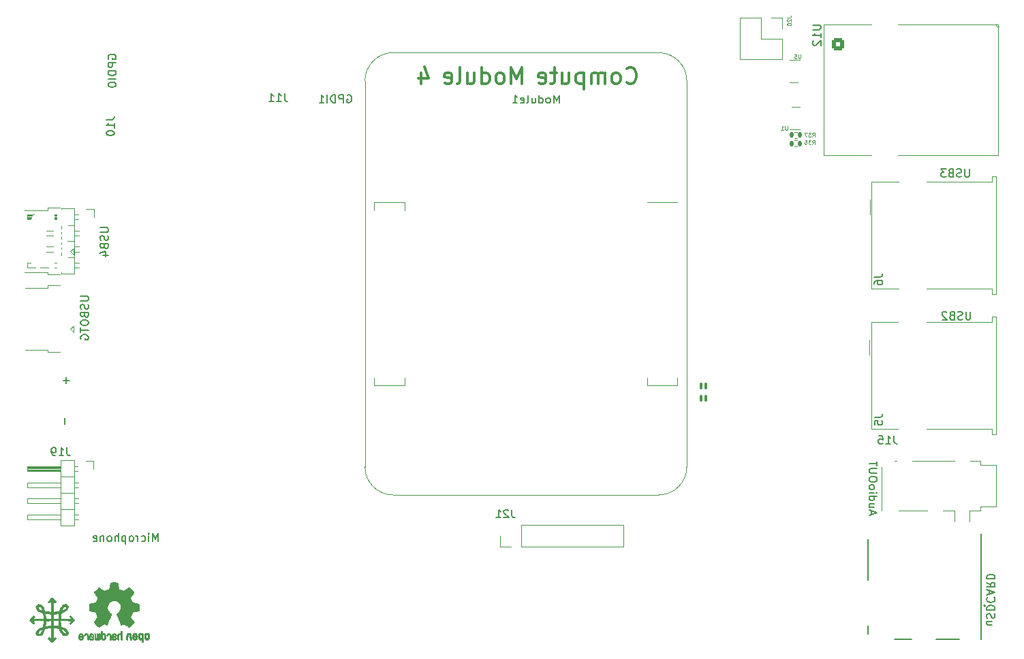
<source format=gbo>
G04 #@! TF.GenerationSoftware,KiCad,Pcbnew,(6.99.0-3780-g6ddc5c1a6e)*
G04 #@! TF.CreationDate,2022-10-07T14:26:14+02:00*
G04 #@! TF.ProjectId,Unifying,556e6966-7969-46e6-972e-6b696361645f,rev?*
G04 #@! TF.SameCoordinates,Original*
G04 #@! TF.FileFunction,Legend,Bot*
G04 #@! TF.FilePolarity,Positive*
%FSLAX46Y46*%
G04 Gerber Fmt 4.6, Leading zero omitted, Abs format (unit mm)*
G04 Created by KiCad (PCBNEW (6.99.0-3780-g6ddc5c1a6e)) date 2022-10-07 14:26:14*
%MOMM*%
%LPD*%
G01*
G04 APERTURE LIST*
G04 Aperture macros list*
%AMRoundRect*
0 Rectangle with rounded corners*
0 $1 Rounding radius*
0 $2 $3 $4 $5 $6 $7 $8 $9 X,Y pos of 4 corners*
0 Add a 4 corners polygon primitive as box body*
4,1,4,$2,$3,$4,$5,$6,$7,$8,$9,$2,$3,0*
0 Add four circle primitives for the rounded corners*
1,1,$1+$1,$2,$3*
1,1,$1+$1,$4,$5*
1,1,$1+$1,$6,$7*
1,1,$1+$1,$8,$9*
0 Add four rect primitives between the rounded corners*
20,1,$1+$1,$2,$3,$4,$5,0*
20,1,$1+$1,$4,$5,$6,$7,0*
20,1,$1+$1,$6,$7,$8,$9,0*
20,1,$1+$1,$8,$9,$2,$3,0*%
G04 Aperture macros list end*
%ADD10C,0.200000*%
%ADD11C,0.150000*%
%ADD12C,0.300000*%
%ADD13C,0.100000*%
%ADD14C,0.120000*%
%ADD15C,0.010000*%
%ADD16C,0.127000*%
%ADD17C,1.500000*%
%ADD18C,2.500000*%
%ADD19RoundRect,0.250500X-0.499500X0.499500X-0.499500X-0.499500X0.499500X-0.499500X0.499500X0.499500X0*%
%ADD20C,3.200000*%
%ADD21O,1.700000X1.700000*%
%ADD22R,1.700000X1.700000*%
%ADD23R,0.550000X0.300000*%
%ADD24R,0.550000X0.400000*%
%ADD25RoundRect,0.135000X0.135000X0.185000X-0.135000X0.185000X-0.135000X-0.185000X0.135000X-0.185000X0*%
%ADD26C,2.700000*%
%ADD27R,0.850000X0.850000*%
%ADD28O,0.850000X0.850000*%
%ADD29C,3.500000*%
%ADD30R,3.000000X3.000000*%
%ADD31C,3.000000*%
%ADD32RoundRect,0.079000X-0.079000X0.343500X-0.079000X-0.343500X0.079000X-0.343500X0.079000X0.343500X0*%
%ADD33R,1.750000X0.400000*%
%ADD34R,0.700000X1.825000*%
%ADD35R,1.400000X2.000000*%
%ADD36O,1.700000X1.300000*%
%ADD37R,2.000000X1.300000*%
%ADD38O,1.400000X1.000000*%
%ADD39R,2.500000X1.425000*%
%ADD40C,2.000000*%
%ADD41R,1.900000X0.300000*%
%ADD42R,1.350000X1.350000*%
%ADD43O,1.350000X1.350000*%
%ADD44R,1.500000X2.000000*%
%ADD45R,1.500000X1.600000*%
%ADD46C,1.600000*%
%ADD47R,1.100000X0.700000*%
%ADD48R,0.930000X0.900000*%
%ADD49R,0.780000X1.050000*%
%ADD50R,3.330000X0.700000*%
%ADD51R,1.830000X1.140000*%
%ADD52R,2.800000X0.860000*%
%ADD53R,0.700000X0.200000*%
%ADD54R,0.300000X1.900000*%
G04 APERTURE END LIST*
D10*
X113381904Y-140202380D02*
X113381904Y-139202380D01*
X113381904Y-139202380D02*
X113048571Y-139916666D01*
X113048571Y-139916666D02*
X112715238Y-139202380D01*
X112715238Y-139202380D02*
X112715238Y-140202380D01*
X112239047Y-140202380D02*
X112239047Y-139535714D01*
X112239047Y-139202380D02*
X112286666Y-139250000D01*
X112286666Y-139250000D02*
X112239047Y-139297619D01*
X112239047Y-139297619D02*
X112191428Y-139250000D01*
X112191428Y-139250000D02*
X112239047Y-139202380D01*
X112239047Y-139202380D02*
X112239047Y-139297619D01*
X111334286Y-140154761D02*
X111429524Y-140202380D01*
X111429524Y-140202380D02*
X111620000Y-140202380D01*
X111620000Y-140202380D02*
X111715238Y-140154761D01*
X111715238Y-140154761D02*
X111762857Y-140107142D01*
X111762857Y-140107142D02*
X111810476Y-140011904D01*
X111810476Y-140011904D02*
X111810476Y-139726190D01*
X111810476Y-139726190D02*
X111762857Y-139630952D01*
X111762857Y-139630952D02*
X111715238Y-139583333D01*
X111715238Y-139583333D02*
X111620000Y-139535714D01*
X111620000Y-139535714D02*
X111429524Y-139535714D01*
X111429524Y-139535714D02*
X111334286Y-139583333D01*
X110905714Y-140202380D02*
X110905714Y-139535714D01*
X110905714Y-139726190D02*
X110858095Y-139630952D01*
X110858095Y-139630952D02*
X110810476Y-139583333D01*
X110810476Y-139583333D02*
X110715238Y-139535714D01*
X110715238Y-139535714D02*
X110620000Y-139535714D01*
X110143809Y-140202380D02*
X110239047Y-140154761D01*
X110239047Y-140154761D02*
X110286666Y-140107142D01*
X110286666Y-140107142D02*
X110334285Y-140011904D01*
X110334285Y-140011904D02*
X110334285Y-139726190D01*
X110334285Y-139726190D02*
X110286666Y-139630952D01*
X110286666Y-139630952D02*
X110239047Y-139583333D01*
X110239047Y-139583333D02*
X110143809Y-139535714D01*
X110143809Y-139535714D02*
X110000952Y-139535714D01*
X110000952Y-139535714D02*
X109905714Y-139583333D01*
X109905714Y-139583333D02*
X109858095Y-139630952D01*
X109858095Y-139630952D02*
X109810476Y-139726190D01*
X109810476Y-139726190D02*
X109810476Y-140011904D01*
X109810476Y-140011904D02*
X109858095Y-140107142D01*
X109858095Y-140107142D02*
X109905714Y-140154761D01*
X109905714Y-140154761D02*
X110000952Y-140202380D01*
X110000952Y-140202380D02*
X110143809Y-140202380D01*
X109381904Y-139535714D02*
X109381904Y-140535714D01*
X109381904Y-139583333D02*
X109286666Y-139535714D01*
X109286666Y-139535714D02*
X109096190Y-139535714D01*
X109096190Y-139535714D02*
X109000952Y-139583333D01*
X109000952Y-139583333D02*
X108953333Y-139630952D01*
X108953333Y-139630952D02*
X108905714Y-139726190D01*
X108905714Y-139726190D02*
X108905714Y-140011904D01*
X108905714Y-140011904D02*
X108953333Y-140107142D01*
X108953333Y-140107142D02*
X109000952Y-140154761D01*
X109000952Y-140154761D02*
X109096190Y-140202380D01*
X109096190Y-140202380D02*
X109286666Y-140202380D01*
X109286666Y-140202380D02*
X109381904Y-140154761D01*
X108477142Y-140202380D02*
X108477142Y-139202380D01*
X108048571Y-140202380D02*
X108048571Y-139678571D01*
X108048571Y-139678571D02*
X108096190Y-139583333D01*
X108096190Y-139583333D02*
X108191428Y-139535714D01*
X108191428Y-139535714D02*
X108334285Y-139535714D01*
X108334285Y-139535714D02*
X108429523Y-139583333D01*
X108429523Y-139583333D02*
X108477142Y-139630952D01*
X107429523Y-140202380D02*
X107524761Y-140154761D01*
X107524761Y-140154761D02*
X107572380Y-140107142D01*
X107572380Y-140107142D02*
X107619999Y-140011904D01*
X107619999Y-140011904D02*
X107619999Y-139726190D01*
X107619999Y-139726190D02*
X107572380Y-139630952D01*
X107572380Y-139630952D02*
X107524761Y-139583333D01*
X107524761Y-139583333D02*
X107429523Y-139535714D01*
X107429523Y-139535714D02*
X107286666Y-139535714D01*
X107286666Y-139535714D02*
X107191428Y-139583333D01*
X107191428Y-139583333D02*
X107143809Y-139630952D01*
X107143809Y-139630952D02*
X107096190Y-139726190D01*
X107096190Y-139726190D02*
X107096190Y-140011904D01*
X107096190Y-140011904D02*
X107143809Y-140107142D01*
X107143809Y-140107142D02*
X107191428Y-140154761D01*
X107191428Y-140154761D02*
X107286666Y-140202380D01*
X107286666Y-140202380D02*
X107429523Y-140202380D01*
X106667618Y-139535714D02*
X106667618Y-140202380D01*
X106667618Y-139630952D02*
X106619999Y-139583333D01*
X106619999Y-139583333D02*
X106524761Y-139535714D01*
X106524761Y-139535714D02*
X106381904Y-139535714D01*
X106381904Y-139535714D02*
X106286666Y-139583333D01*
X106286666Y-139583333D02*
X106239047Y-139678571D01*
X106239047Y-139678571D02*
X106239047Y-140202380D01*
X105381904Y-140154761D02*
X105477142Y-140202380D01*
X105477142Y-140202380D02*
X105667618Y-140202380D01*
X105667618Y-140202380D02*
X105762856Y-140154761D01*
X105762856Y-140154761D02*
X105810475Y-140059523D01*
X105810475Y-140059523D02*
X105810475Y-139678571D01*
X105810475Y-139678571D02*
X105762856Y-139583333D01*
X105762856Y-139583333D02*
X105667618Y-139535714D01*
X105667618Y-139535714D02*
X105477142Y-139535714D01*
X105477142Y-139535714D02*
X105381904Y-139583333D01*
X105381904Y-139583333D02*
X105334285Y-139678571D01*
X105334285Y-139678571D02*
X105334285Y-139773809D01*
X105334285Y-139773809D02*
X105810475Y-139869047D01*
X103761380Y-109723333D02*
X104570904Y-109723333D01*
X104570904Y-109723333D02*
X104666142Y-109770952D01*
X104666142Y-109770952D02*
X104713761Y-109818571D01*
X104713761Y-109818571D02*
X104761380Y-109913809D01*
X104761380Y-109913809D02*
X104761380Y-110104285D01*
X104761380Y-110104285D02*
X104713761Y-110199523D01*
X104713761Y-110199523D02*
X104666142Y-110247142D01*
X104666142Y-110247142D02*
X104570904Y-110294761D01*
X104570904Y-110294761D02*
X103761380Y-110294761D01*
X104713761Y-110723333D02*
X104761380Y-110866190D01*
X104761380Y-110866190D02*
X104761380Y-111104285D01*
X104761380Y-111104285D02*
X104713761Y-111199523D01*
X104713761Y-111199523D02*
X104666142Y-111247142D01*
X104666142Y-111247142D02*
X104570904Y-111294761D01*
X104570904Y-111294761D02*
X104475666Y-111294761D01*
X104475666Y-111294761D02*
X104380428Y-111247142D01*
X104380428Y-111247142D02*
X104332809Y-111199523D01*
X104332809Y-111199523D02*
X104285190Y-111104285D01*
X104285190Y-111104285D02*
X104237571Y-110913809D01*
X104237571Y-110913809D02*
X104189952Y-110818571D01*
X104189952Y-110818571D02*
X104142333Y-110770952D01*
X104142333Y-110770952D02*
X104047095Y-110723333D01*
X104047095Y-110723333D02*
X103951857Y-110723333D01*
X103951857Y-110723333D02*
X103856619Y-110770952D01*
X103856619Y-110770952D02*
X103809000Y-110818571D01*
X103809000Y-110818571D02*
X103761380Y-110913809D01*
X103761380Y-110913809D02*
X103761380Y-111151904D01*
X103761380Y-111151904D02*
X103809000Y-111294761D01*
X104237571Y-112056666D02*
X104285190Y-112199523D01*
X104285190Y-112199523D02*
X104332809Y-112247142D01*
X104332809Y-112247142D02*
X104428047Y-112294761D01*
X104428047Y-112294761D02*
X104570904Y-112294761D01*
X104570904Y-112294761D02*
X104666142Y-112247142D01*
X104666142Y-112247142D02*
X104713761Y-112199523D01*
X104713761Y-112199523D02*
X104761380Y-112104285D01*
X104761380Y-112104285D02*
X104761380Y-111723333D01*
X104761380Y-111723333D02*
X103761380Y-111723333D01*
X103761380Y-111723333D02*
X103761380Y-112056666D01*
X103761380Y-112056666D02*
X103809000Y-112151904D01*
X103809000Y-112151904D02*
X103856619Y-112199523D01*
X103856619Y-112199523D02*
X103951857Y-112247142D01*
X103951857Y-112247142D02*
X104047095Y-112247142D01*
X104047095Y-112247142D02*
X104142333Y-112199523D01*
X104142333Y-112199523D02*
X104189952Y-112151904D01*
X104189952Y-112151904D02*
X104237571Y-112056666D01*
X104237571Y-112056666D02*
X104237571Y-111723333D01*
X103761380Y-112913809D02*
X103761380Y-113104285D01*
X103761380Y-113104285D02*
X103809000Y-113199523D01*
X103809000Y-113199523D02*
X103904238Y-113294761D01*
X103904238Y-113294761D02*
X104094714Y-113342380D01*
X104094714Y-113342380D02*
X104428047Y-113342380D01*
X104428047Y-113342380D02*
X104618523Y-113294761D01*
X104618523Y-113294761D02*
X104713761Y-113199523D01*
X104713761Y-113199523D02*
X104761380Y-113104285D01*
X104761380Y-113104285D02*
X104761380Y-112913809D01*
X104761380Y-112913809D02*
X104713761Y-112818571D01*
X104713761Y-112818571D02*
X104618523Y-112723333D01*
X104618523Y-112723333D02*
X104428047Y-112675714D01*
X104428047Y-112675714D02*
X104094714Y-112675714D01*
X104094714Y-112675714D02*
X103904238Y-112723333D01*
X103904238Y-112723333D02*
X103809000Y-112818571D01*
X103809000Y-112818571D02*
X103761380Y-112913809D01*
X103761380Y-113628095D02*
X103761380Y-114199523D01*
X104761380Y-113913809D02*
X103761380Y-113913809D01*
X103809000Y-115056666D02*
X103761380Y-114961428D01*
X103761380Y-114961428D02*
X103761380Y-114818571D01*
X103761380Y-114818571D02*
X103809000Y-114675714D01*
X103809000Y-114675714D02*
X103904238Y-114580476D01*
X103904238Y-114580476D02*
X103999476Y-114532857D01*
X103999476Y-114532857D02*
X104189952Y-114485238D01*
X104189952Y-114485238D02*
X104332809Y-114485238D01*
X104332809Y-114485238D02*
X104523285Y-114532857D01*
X104523285Y-114532857D02*
X104618523Y-114580476D01*
X104618523Y-114580476D02*
X104713761Y-114675714D01*
X104713761Y-114675714D02*
X104761380Y-114818571D01*
X104761380Y-114818571D02*
X104761380Y-114913809D01*
X104761380Y-114913809D02*
X104713761Y-115056666D01*
X104713761Y-115056666D02*
X104666142Y-115104285D01*
X104666142Y-115104285D02*
X104332809Y-115104285D01*
X104332809Y-115104285D02*
X104332809Y-114913809D01*
X106207380Y-101181905D02*
X107016904Y-101181905D01*
X107016904Y-101181905D02*
X107112142Y-101229524D01*
X107112142Y-101229524D02*
X107159761Y-101277143D01*
X107159761Y-101277143D02*
X107207380Y-101372381D01*
X107207380Y-101372381D02*
X107207380Y-101562857D01*
X107207380Y-101562857D02*
X107159761Y-101658095D01*
X107159761Y-101658095D02*
X107112142Y-101705714D01*
X107112142Y-101705714D02*
X107016904Y-101753333D01*
X107016904Y-101753333D02*
X106207380Y-101753333D01*
X107159761Y-102181905D02*
X107207380Y-102324762D01*
X107207380Y-102324762D02*
X107207380Y-102562857D01*
X107207380Y-102562857D02*
X107159761Y-102658095D01*
X107159761Y-102658095D02*
X107112142Y-102705714D01*
X107112142Y-102705714D02*
X107016904Y-102753333D01*
X107016904Y-102753333D02*
X106921666Y-102753333D01*
X106921666Y-102753333D02*
X106826428Y-102705714D01*
X106826428Y-102705714D02*
X106778809Y-102658095D01*
X106778809Y-102658095D02*
X106731190Y-102562857D01*
X106731190Y-102562857D02*
X106683571Y-102372381D01*
X106683571Y-102372381D02*
X106635952Y-102277143D01*
X106635952Y-102277143D02*
X106588333Y-102229524D01*
X106588333Y-102229524D02*
X106493095Y-102181905D01*
X106493095Y-102181905D02*
X106397857Y-102181905D01*
X106397857Y-102181905D02*
X106302619Y-102229524D01*
X106302619Y-102229524D02*
X106255000Y-102277143D01*
X106255000Y-102277143D02*
X106207380Y-102372381D01*
X106207380Y-102372381D02*
X106207380Y-102610476D01*
X106207380Y-102610476D02*
X106255000Y-102753333D01*
X106683571Y-103515238D02*
X106731190Y-103658095D01*
X106731190Y-103658095D02*
X106778809Y-103705714D01*
X106778809Y-103705714D02*
X106874047Y-103753333D01*
X106874047Y-103753333D02*
X107016904Y-103753333D01*
X107016904Y-103753333D02*
X107112142Y-103705714D01*
X107112142Y-103705714D02*
X107159761Y-103658095D01*
X107159761Y-103658095D02*
X107207380Y-103562857D01*
X107207380Y-103562857D02*
X107207380Y-103181905D01*
X107207380Y-103181905D02*
X106207380Y-103181905D01*
X106207380Y-103181905D02*
X106207380Y-103515238D01*
X106207380Y-103515238D02*
X106255000Y-103610476D01*
X106255000Y-103610476D02*
X106302619Y-103658095D01*
X106302619Y-103658095D02*
X106397857Y-103705714D01*
X106397857Y-103705714D02*
X106493095Y-103705714D01*
X106493095Y-103705714D02*
X106588333Y-103658095D01*
X106588333Y-103658095D02*
X106635952Y-103610476D01*
X106635952Y-103610476D02*
X106683571Y-103515238D01*
X106683571Y-103515238D02*
X106683571Y-103181905D01*
X106540714Y-104610476D02*
X107207380Y-104610476D01*
X106159761Y-104372381D02*
X106874047Y-104134286D01*
X106874047Y-104134286D02*
X106874047Y-104753333D01*
D11*
X101993571Y-120580951D02*
X101993571Y-119819047D01*
X101612619Y-120199999D02*
X102374523Y-120199999D01*
D10*
X136912380Y-84705000D02*
X137007618Y-84657380D01*
X137007618Y-84657380D02*
X137150475Y-84657380D01*
X137150475Y-84657380D02*
X137293332Y-84705000D01*
X137293332Y-84705000D02*
X137388570Y-84800238D01*
X137388570Y-84800238D02*
X137436189Y-84895476D01*
X137436189Y-84895476D02*
X137483808Y-85085952D01*
X137483808Y-85085952D02*
X137483808Y-85228809D01*
X137483808Y-85228809D02*
X137436189Y-85419285D01*
X137436189Y-85419285D02*
X137388570Y-85514523D01*
X137388570Y-85514523D02*
X137293332Y-85609761D01*
X137293332Y-85609761D02*
X137150475Y-85657380D01*
X137150475Y-85657380D02*
X137055237Y-85657380D01*
X137055237Y-85657380D02*
X136912380Y-85609761D01*
X136912380Y-85609761D02*
X136864761Y-85562142D01*
X136864761Y-85562142D02*
X136864761Y-85228809D01*
X136864761Y-85228809D02*
X137055237Y-85228809D01*
X136436189Y-85657380D02*
X136436189Y-84657380D01*
X136436189Y-84657380D02*
X136055237Y-84657380D01*
X136055237Y-84657380D02*
X135959999Y-84705000D01*
X135959999Y-84705000D02*
X135912380Y-84752619D01*
X135912380Y-84752619D02*
X135864761Y-84847857D01*
X135864761Y-84847857D02*
X135864761Y-84990714D01*
X135864761Y-84990714D02*
X135912380Y-85085952D01*
X135912380Y-85085952D02*
X135959999Y-85133571D01*
X135959999Y-85133571D02*
X136055237Y-85181190D01*
X136055237Y-85181190D02*
X136436189Y-85181190D01*
X135436189Y-85657380D02*
X135436189Y-84657380D01*
X135436189Y-84657380D02*
X135198094Y-84657380D01*
X135198094Y-84657380D02*
X135055237Y-84705000D01*
X135055237Y-84705000D02*
X134959999Y-84800238D01*
X134959999Y-84800238D02*
X134912380Y-84895476D01*
X134912380Y-84895476D02*
X134864761Y-85085952D01*
X134864761Y-85085952D02*
X134864761Y-85228809D01*
X134864761Y-85228809D02*
X134912380Y-85419285D01*
X134912380Y-85419285D02*
X134959999Y-85514523D01*
X134959999Y-85514523D02*
X135055237Y-85609761D01*
X135055237Y-85609761D02*
X135198094Y-85657380D01*
X135198094Y-85657380D02*
X135436189Y-85657380D01*
X134436189Y-85657380D02*
X134436189Y-84657380D01*
X133436190Y-85657380D02*
X134007618Y-85657380D01*
X133721904Y-85657380D02*
X133721904Y-84657380D01*
X133721904Y-84657380D02*
X133817142Y-84800238D01*
X133817142Y-84800238D02*
X133912380Y-84895476D01*
X133912380Y-84895476D02*
X134007618Y-84943095D01*
X214238094Y-93877380D02*
X214238094Y-94686904D01*
X214238094Y-94686904D02*
X214190475Y-94782142D01*
X214190475Y-94782142D02*
X214142856Y-94829761D01*
X214142856Y-94829761D02*
X214047618Y-94877380D01*
X214047618Y-94877380D02*
X213857142Y-94877380D01*
X213857142Y-94877380D02*
X213761904Y-94829761D01*
X213761904Y-94829761D02*
X213714285Y-94782142D01*
X213714285Y-94782142D02*
X213666666Y-94686904D01*
X213666666Y-94686904D02*
X213666666Y-93877380D01*
X213238094Y-94829761D02*
X213095237Y-94877380D01*
X213095237Y-94877380D02*
X212857142Y-94877380D01*
X212857142Y-94877380D02*
X212761904Y-94829761D01*
X212761904Y-94829761D02*
X212714285Y-94782142D01*
X212714285Y-94782142D02*
X212666666Y-94686904D01*
X212666666Y-94686904D02*
X212666666Y-94591666D01*
X212666666Y-94591666D02*
X212714285Y-94496428D01*
X212714285Y-94496428D02*
X212761904Y-94448809D01*
X212761904Y-94448809D02*
X212857142Y-94401190D01*
X212857142Y-94401190D02*
X213047618Y-94353571D01*
X213047618Y-94353571D02*
X213142856Y-94305952D01*
X213142856Y-94305952D02*
X213190475Y-94258333D01*
X213190475Y-94258333D02*
X213238094Y-94163095D01*
X213238094Y-94163095D02*
X213238094Y-94067857D01*
X213238094Y-94067857D02*
X213190475Y-93972619D01*
X213190475Y-93972619D02*
X213142856Y-93925000D01*
X213142856Y-93925000D02*
X213047618Y-93877380D01*
X213047618Y-93877380D02*
X212809523Y-93877380D01*
X212809523Y-93877380D02*
X212666666Y-93925000D01*
X211904761Y-94353571D02*
X211761904Y-94401190D01*
X211761904Y-94401190D02*
X211714285Y-94448809D01*
X211714285Y-94448809D02*
X211666666Y-94544047D01*
X211666666Y-94544047D02*
X211666666Y-94686904D01*
X211666666Y-94686904D02*
X211714285Y-94782142D01*
X211714285Y-94782142D02*
X211761904Y-94829761D01*
X211761904Y-94829761D02*
X211857142Y-94877380D01*
X211857142Y-94877380D02*
X212238094Y-94877380D01*
X212238094Y-94877380D02*
X212238094Y-93877380D01*
X212238094Y-93877380D02*
X211904761Y-93877380D01*
X211904761Y-93877380D02*
X211809523Y-93925000D01*
X211809523Y-93925000D02*
X211761904Y-93972619D01*
X211761904Y-93972619D02*
X211714285Y-94067857D01*
X211714285Y-94067857D02*
X211714285Y-94163095D01*
X211714285Y-94163095D02*
X211761904Y-94258333D01*
X211761904Y-94258333D02*
X211809523Y-94305952D01*
X211809523Y-94305952D02*
X211904761Y-94353571D01*
X211904761Y-94353571D02*
X212238094Y-94353571D01*
X211333332Y-93877380D02*
X210714285Y-93877380D01*
X210714285Y-93877380D02*
X211047618Y-94258333D01*
X211047618Y-94258333D02*
X210904761Y-94258333D01*
X210904761Y-94258333D02*
X210809523Y-94305952D01*
X210809523Y-94305952D02*
X210761904Y-94353571D01*
X210761904Y-94353571D02*
X210714285Y-94448809D01*
X210714285Y-94448809D02*
X210714285Y-94686904D01*
X210714285Y-94686904D02*
X210761904Y-94782142D01*
X210761904Y-94782142D02*
X210809523Y-94829761D01*
X210809523Y-94829761D02*
X210904761Y-94877380D01*
X210904761Y-94877380D02*
X211190475Y-94877380D01*
X211190475Y-94877380D02*
X211285713Y-94829761D01*
X211285713Y-94829761D02*
X211333332Y-94782142D01*
X217069285Y-150170476D02*
X216402619Y-150170476D01*
X217069285Y-150599047D02*
X216545476Y-150599047D01*
X216545476Y-150599047D02*
X216450238Y-150551428D01*
X216450238Y-150551428D02*
X216402619Y-150456190D01*
X216402619Y-150456190D02*
X216402619Y-150313333D01*
X216402619Y-150313333D02*
X216450238Y-150218095D01*
X216450238Y-150218095D02*
X216497857Y-150170476D01*
X216450238Y-149741904D02*
X216402619Y-149599047D01*
X216402619Y-149599047D02*
X216402619Y-149360952D01*
X216402619Y-149360952D02*
X216450238Y-149265714D01*
X216450238Y-149265714D02*
X216497857Y-149218095D01*
X216497857Y-149218095D02*
X216593095Y-149170476D01*
X216593095Y-149170476D02*
X216688333Y-149170476D01*
X216688333Y-149170476D02*
X216783571Y-149218095D01*
X216783571Y-149218095D02*
X216831190Y-149265714D01*
X216831190Y-149265714D02*
X216878809Y-149360952D01*
X216878809Y-149360952D02*
X216926428Y-149551428D01*
X216926428Y-149551428D02*
X216974047Y-149646666D01*
X216974047Y-149646666D02*
X217021666Y-149694285D01*
X217021666Y-149694285D02*
X217116904Y-149741904D01*
X217116904Y-149741904D02*
X217212142Y-149741904D01*
X217212142Y-149741904D02*
X217307380Y-149694285D01*
X217307380Y-149694285D02*
X217355000Y-149646666D01*
X217355000Y-149646666D02*
X217402619Y-149551428D01*
X217402619Y-149551428D02*
X217402619Y-149313333D01*
X217402619Y-149313333D02*
X217355000Y-149170476D01*
X216402619Y-148741904D02*
X217402619Y-148741904D01*
X217402619Y-148741904D02*
X217402619Y-148503809D01*
X217402619Y-148503809D02*
X217355000Y-148360952D01*
X217355000Y-148360952D02*
X217259761Y-148265714D01*
X217259761Y-148265714D02*
X217164523Y-148218095D01*
X217164523Y-148218095D02*
X216974047Y-148170476D01*
X216974047Y-148170476D02*
X216831190Y-148170476D01*
X216831190Y-148170476D02*
X216640714Y-148218095D01*
X216640714Y-148218095D02*
X216545476Y-148265714D01*
X216545476Y-148265714D02*
X216450238Y-148360952D01*
X216450238Y-148360952D02*
X216402619Y-148503809D01*
X216402619Y-148503809D02*
X216402619Y-148741904D01*
X216497857Y-147170476D02*
X216450238Y-147218095D01*
X216450238Y-147218095D02*
X216402619Y-147360952D01*
X216402619Y-147360952D02*
X216402619Y-147456190D01*
X216402619Y-147456190D02*
X216450238Y-147599047D01*
X216450238Y-147599047D02*
X216545476Y-147694285D01*
X216545476Y-147694285D02*
X216640714Y-147741904D01*
X216640714Y-147741904D02*
X216831190Y-147789523D01*
X216831190Y-147789523D02*
X216974047Y-147789523D01*
X216974047Y-147789523D02*
X217164523Y-147741904D01*
X217164523Y-147741904D02*
X217259761Y-147694285D01*
X217259761Y-147694285D02*
X217355000Y-147599047D01*
X217355000Y-147599047D02*
X217402619Y-147456190D01*
X217402619Y-147456190D02*
X217402619Y-147360952D01*
X217402619Y-147360952D02*
X217355000Y-147218095D01*
X217355000Y-147218095D02*
X217307380Y-147170476D01*
X216688333Y-146789523D02*
X216688333Y-146313333D01*
X216402619Y-146884761D02*
X217402619Y-146551428D01*
X217402619Y-146551428D02*
X216402619Y-146218095D01*
X216402619Y-145313333D02*
X216878809Y-145646666D01*
X216402619Y-145884761D02*
X217402619Y-145884761D01*
X217402619Y-145884761D02*
X217402619Y-145503809D01*
X217402619Y-145503809D02*
X217355000Y-145408571D01*
X217355000Y-145408571D02*
X217307380Y-145360952D01*
X217307380Y-145360952D02*
X217212142Y-145313333D01*
X217212142Y-145313333D02*
X217069285Y-145313333D01*
X217069285Y-145313333D02*
X216974047Y-145360952D01*
X216974047Y-145360952D02*
X216926428Y-145408571D01*
X216926428Y-145408571D02*
X216878809Y-145503809D01*
X216878809Y-145503809D02*
X216878809Y-145884761D01*
X216402619Y-144884761D02*
X217402619Y-144884761D01*
X217402619Y-144884761D02*
X217402619Y-144646666D01*
X217402619Y-144646666D02*
X217355000Y-144503809D01*
X217355000Y-144503809D02*
X217259761Y-144408571D01*
X217259761Y-144408571D02*
X217164523Y-144360952D01*
X217164523Y-144360952D02*
X216974047Y-144313333D01*
X216974047Y-144313333D02*
X216831190Y-144313333D01*
X216831190Y-144313333D02*
X216640714Y-144360952D01*
X216640714Y-144360952D02*
X216545476Y-144408571D01*
X216545476Y-144408571D02*
X216450238Y-144503809D01*
X216450238Y-144503809D02*
X216402619Y-144646666D01*
X216402619Y-144646666D02*
X216402619Y-144884761D01*
X107245000Y-80207619D02*
X107197380Y-80112381D01*
X107197380Y-80112381D02*
X107197380Y-79969524D01*
X107197380Y-79969524D02*
X107245000Y-79826667D01*
X107245000Y-79826667D02*
X107340238Y-79731429D01*
X107340238Y-79731429D02*
X107435476Y-79683810D01*
X107435476Y-79683810D02*
X107625952Y-79636191D01*
X107625952Y-79636191D02*
X107768809Y-79636191D01*
X107768809Y-79636191D02*
X107959285Y-79683810D01*
X107959285Y-79683810D02*
X108054523Y-79731429D01*
X108054523Y-79731429D02*
X108149761Y-79826667D01*
X108149761Y-79826667D02*
X108197380Y-79969524D01*
X108197380Y-79969524D02*
X108197380Y-80064762D01*
X108197380Y-80064762D02*
X108149761Y-80207619D01*
X108149761Y-80207619D02*
X108102142Y-80255238D01*
X108102142Y-80255238D02*
X107768809Y-80255238D01*
X107768809Y-80255238D02*
X107768809Y-80064762D01*
X108197380Y-80683810D02*
X107197380Y-80683810D01*
X107197380Y-80683810D02*
X107197380Y-81064762D01*
X107197380Y-81064762D02*
X107245000Y-81160000D01*
X107245000Y-81160000D02*
X107292619Y-81207619D01*
X107292619Y-81207619D02*
X107387857Y-81255238D01*
X107387857Y-81255238D02*
X107530714Y-81255238D01*
X107530714Y-81255238D02*
X107625952Y-81207619D01*
X107625952Y-81207619D02*
X107673571Y-81160000D01*
X107673571Y-81160000D02*
X107721190Y-81064762D01*
X107721190Y-81064762D02*
X107721190Y-80683810D01*
X108197380Y-81683810D02*
X107197380Y-81683810D01*
X107197380Y-81683810D02*
X107197380Y-81921905D01*
X107197380Y-81921905D02*
X107245000Y-82064762D01*
X107245000Y-82064762D02*
X107340238Y-82160000D01*
X107340238Y-82160000D02*
X107435476Y-82207619D01*
X107435476Y-82207619D02*
X107625952Y-82255238D01*
X107625952Y-82255238D02*
X107768809Y-82255238D01*
X107768809Y-82255238D02*
X107959285Y-82207619D01*
X107959285Y-82207619D02*
X108054523Y-82160000D01*
X108054523Y-82160000D02*
X108149761Y-82064762D01*
X108149761Y-82064762D02*
X108197380Y-81921905D01*
X108197380Y-81921905D02*
X108197380Y-81683810D01*
X108197380Y-82683810D02*
X107197380Y-82683810D01*
X107197380Y-83350476D02*
X107197380Y-83445714D01*
X107197380Y-83445714D02*
X107245000Y-83540952D01*
X107245000Y-83540952D02*
X107292619Y-83588571D01*
X107292619Y-83588571D02*
X107387857Y-83636190D01*
X107387857Y-83636190D02*
X107578333Y-83683809D01*
X107578333Y-83683809D02*
X107816428Y-83683809D01*
X107816428Y-83683809D02*
X108006904Y-83636190D01*
X108006904Y-83636190D02*
X108102142Y-83588571D01*
X108102142Y-83588571D02*
X108149761Y-83540952D01*
X108149761Y-83540952D02*
X108197380Y-83445714D01*
X108197380Y-83445714D02*
X108197380Y-83350476D01*
X108197380Y-83350476D02*
X108149761Y-83255238D01*
X108149761Y-83255238D02*
X108102142Y-83207619D01*
X108102142Y-83207619D02*
X108006904Y-83160000D01*
X108006904Y-83160000D02*
X107816428Y-83112381D01*
X107816428Y-83112381D02*
X107578333Y-83112381D01*
X107578333Y-83112381D02*
X107387857Y-83160000D01*
X107387857Y-83160000D02*
X107292619Y-83207619D01*
X107292619Y-83207619D02*
X107245000Y-83255238D01*
X107245000Y-83255238D02*
X107197380Y-83350476D01*
X214358094Y-111637380D02*
X214358094Y-112446904D01*
X214358094Y-112446904D02*
X214310475Y-112542142D01*
X214310475Y-112542142D02*
X214262856Y-112589761D01*
X214262856Y-112589761D02*
X214167618Y-112637380D01*
X214167618Y-112637380D02*
X213977142Y-112637380D01*
X213977142Y-112637380D02*
X213881904Y-112589761D01*
X213881904Y-112589761D02*
X213834285Y-112542142D01*
X213834285Y-112542142D02*
X213786666Y-112446904D01*
X213786666Y-112446904D02*
X213786666Y-111637380D01*
X213358094Y-112589761D02*
X213215237Y-112637380D01*
X213215237Y-112637380D02*
X212977142Y-112637380D01*
X212977142Y-112637380D02*
X212881904Y-112589761D01*
X212881904Y-112589761D02*
X212834285Y-112542142D01*
X212834285Y-112542142D02*
X212786666Y-112446904D01*
X212786666Y-112446904D02*
X212786666Y-112351666D01*
X212786666Y-112351666D02*
X212834285Y-112256428D01*
X212834285Y-112256428D02*
X212881904Y-112208809D01*
X212881904Y-112208809D02*
X212977142Y-112161190D01*
X212977142Y-112161190D02*
X213167618Y-112113571D01*
X213167618Y-112113571D02*
X213262856Y-112065952D01*
X213262856Y-112065952D02*
X213310475Y-112018333D01*
X213310475Y-112018333D02*
X213358094Y-111923095D01*
X213358094Y-111923095D02*
X213358094Y-111827857D01*
X213358094Y-111827857D02*
X213310475Y-111732619D01*
X213310475Y-111732619D02*
X213262856Y-111685000D01*
X213262856Y-111685000D02*
X213167618Y-111637380D01*
X213167618Y-111637380D02*
X212929523Y-111637380D01*
X212929523Y-111637380D02*
X212786666Y-111685000D01*
X212024761Y-112113571D02*
X211881904Y-112161190D01*
X211881904Y-112161190D02*
X211834285Y-112208809D01*
X211834285Y-112208809D02*
X211786666Y-112304047D01*
X211786666Y-112304047D02*
X211786666Y-112446904D01*
X211786666Y-112446904D02*
X211834285Y-112542142D01*
X211834285Y-112542142D02*
X211881904Y-112589761D01*
X211881904Y-112589761D02*
X211977142Y-112637380D01*
X211977142Y-112637380D02*
X212358094Y-112637380D01*
X212358094Y-112637380D02*
X212358094Y-111637380D01*
X212358094Y-111637380D02*
X212024761Y-111637380D01*
X212024761Y-111637380D02*
X211929523Y-111685000D01*
X211929523Y-111685000D02*
X211881904Y-111732619D01*
X211881904Y-111732619D02*
X211834285Y-111827857D01*
X211834285Y-111827857D02*
X211834285Y-111923095D01*
X211834285Y-111923095D02*
X211881904Y-112018333D01*
X211881904Y-112018333D02*
X211929523Y-112065952D01*
X211929523Y-112065952D02*
X212024761Y-112113571D01*
X212024761Y-112113571D02*
X212358094Y-112113571D01*
X211405713Y-111732619D02*
X211358094Y-111685000D01*
X211358094Y-111685000D02*
X211262856Y-111637380D01*
X211262856Y-111637380D02*
X211024761Y-111637380D01*
X211024761Y-111637380D02*
X210929523Y-111685000D01*
X210929523Y-111685000D02*
X210881904Y-111732619D01*
X210881904Y-111732619D02*
X210834285Y-111827857D01*
X210834285Y-111827857D02*
X210834285Y-111923095D01*
X210834285Y-111923095D02*
X210881904Y-112065952D01*
X210881904Y-112065952D02*
X211453332Y-112637380D01*
X211453332Y-112637380D02*
X210834285Y-112637380D01*
D11*
X101833571Y-125610951D02*
X101833571Y-124849047D01*
D12*
X171617619Y-83084285D02*
X171712857Y-83179523D01*
X171712857Y-83179523D02*
X171998571Y-83274761D01*
X171998571Y-83274761D02*
X172189047Y-83274761D01*
X172189047Y-83274761D02*
X172474762Y-83179523D01*
X172474762Y-83179523D02*
X172665238Y-82989047D01*
X172665238Y-82989047D02*
X172760476Y-82798571D01*
X172760476Y-82798571D02*
X172855714Y-82417619D01*
X172855714Y-82417619D02*
X172855714Y-82131904D01*
X172855714Y-82131904D02*
X172760476Y-81750952D01*
X172760476Y-81750952D02*
X172665238Y-81560476D01*
X172665238Y-81560476D02*
X172474762Y-81370000D01*
X172474762Y-81370000D02*
X172189047Y-81274761D01*
X172189047Y-81274761D02*
X171998571Y-81274761D01*
X171998571Y-81274761D02*
X171712857Y-81370000D01*
X171712857Y-81370000D02*
X171617619Y-81465238D01*
X170474762Y-83274761D02*
X170665238Y-83179523D01*
X170665238Y-83179523D02*
X170760476Y-83084285D01*
X170760476Y-83084285D02*
X170855714Y-82893809D01*
X170855714Y-82893809D02*
X170855714Y-82322380D01*
X170855714Y-82322380D02*
X170760476Y-82131904D01*
X170760476Y-82131904D02*
X170665238Y-82036666D01*
X170665238Y-82036666D02*
X170474762Y-81941428D01*
X170474762Y-81941428D02*
X170189047Y-81941428D01*
X170189047Y-81941428D02*
X169998571Y-82036666D01*
X169998571Y-82036666D02*
X169903333Y-82131904D01*
X169903333Y-82131904D02*
X169808095Y-82322380D01*
X169808095Y-82322380D02*
X169808095Y-82893809D01*
X169808095Y-82893809D02*
X169903333Y-83084285D01*
X169903333Y-83084285D02*
X169998571Y-83179523D01*
X169998571Y-83179523D02*
X170189047Y-83274761D01*
X170189047Y-83274761D02*
X170474762Y-83274761D01*
X168950952Y-83274761D02*
X168950952Y-81941428D01*
X168950952Y-82131904D02*
X168855714Y-82036666D01*
X168855714Y-82036666D02*
X168665238Y-81941428D01*
X168665238Y-81941428D02*
X168379523Y-81941428D01*
X168379523Y-81941428D02*
X168189047Y-82036666D01*
X168189047Y-82036666D02*
X168093809Y-82227142D01*
X168093809Y-82227142D02*
X168093809Y-83274761D01*
X168093809Y-82227142D02*
X167998571Y-82036666D01*
X167998571Y-82036666D02*
X167808095Y-81941428D01*
X167808095Y-81941428D02*
X167522381Y-81941428D01*
X167522381Y-81941428D02*
X167331904Y-82036666D01*
X167331904Y-82036666D02*
X167236666Y-82227142D01*
X167236666Y-82227142D02*
X167236666Y-83274761D01*
X166284285Y-81941428D02*
X166284285Y-83941428D01*
X166284285Y-82036666D02*
X166093809Y-81941428D01*
X166093809Y-81941428D02*
X165712856Y-81941428D01*
X165712856Y-81941428D02*
X165522380Y-82036666D01*
X165522380Y-82036666D02*
X165427142Y-82131904D01*
X165427142Y-82131904D02*
X165331904Y-82322380D01*
X165331904Y-82322380D02*
X165331904Y-82893809D01*
X165331904Y-82893809D02*
X165427142Y-83084285D01*
X165427142Y-83084285D02*
X165522380Y-83179523D01*
X165522380Y-83179523D02*
X165712856Y-83274761D01*
X165712856Y-83274761D02*
X166093809Y-83274761D01*
X166093809Y-83274761D02*
X166284285Y-83179523D01*
X163617618Y-81941428D02*
X163617618Y-83274761D01*
X164474761Y-81941428D02*
X164474761Y-82989047D01*
X164474761Y-82989047D02*
X164379523Y-83179523D01*
X164379523Y-83179523D02*
X164189047Y-83274761D01*
X164189047Y-83274761D02*
X163903332Y-83274761D01*
X163903332Y-83274761D02*
X163712856Y-83179523D01*
X163712856Y-83179523D02*
X163617618Y-83084285D01*
X162950951Y-81941428D02*
X162189047Y-81941428D01*
X162665237Y-81274761D02*
X162665237Y-82989047D01*
X162665237Y-82989047D02*
X162569999Y-83179523D01*
X162569999Y-83179523D02*
X162379523Y-83274761D01*
X162379523Y-83274761D02*
X162189047Y-83274761D01*
X160760475Y-83179523D02*
X160950951Y-83274761D01*
X160950951Y-83274761D02*
X161331904Y-83274761D01*
X161331904Y-83274761D02*
X161522380Y-83179523D01*
X161522380Y-83179523D02*
X161617618Y-82989047D01*
X161617618Y-82989047D02*
X161617618Y-82227142D01*
X161617618Y-82227142D02*
X161522380Y-82036666D01*
X161522380Y-82036666D02*
X161331904Y-81941428D01*
X161331904Y-81941428D02*
X160950951Y-81941428D01*
X160950951Y-81941428D02*
X160760475Y-82036666D01*
X160760475Y-82036666D02*
X160665237Y-82227142D01*
X160665237Y-82227142D02*
X160665237Y-82417619D01*
X160665237Y-82417619D02*
X161617618Y-82608095D01*
X158608094Y-83274761D02*
X158608094Y-81274761D01*
X158608094Y-81274761D02*
X157941427Y-82703333D01*
X157941427Y-82703333D02*
X157274761Y-81274761D01*
X157274761Y-81274761D02*
X157274761Y-83274761D01*
X156036666Y-83274761D02*
X156227142Y-83179523D01*
X156227142Y-83179523D02*
X156322380Y-83084285D01*
X156322380Y-83084285D02*
X156417618Y-82893809D01*
X156417618Y-82893809D02*
X156417618Y-82322380D01*
X156417618Y-82322380D02*
X156322380Y-82131904D01*
X156322380Y-82131904D02*
X156227142Y-82036666D01*
X156227142Y-82036666D02*
X156036666Y-81941428D01*
X156036666Y-81941428D02*
X155750951Y-81941428D01*
X155750951Y-81941428D02*
X155560475Y-82036666D01*
X155560475Y-82036666D02*
X155465237Y-82131904D01*
X155465237Y-82131904D02*
X155369999Y-82322380D01*
X155369999Y-82322380D02*
X155369999Y-82893809D01*
X155369999Y-82893809D02*
X155465237Y-83084285D01*
X155465237Y-83084285D02*
X155560475Y-83179523D01*
X155560475Y-83179523D02*
X155750951Y-83274761D01*
X155750951Y-83274761D02*
X156036666Y-83274761D01*
X153655713Y-83274761D02*
X153655713Y-81274761D01*
X153655713Y-83179523D02*
X153846189Y-83274761D01*
X153846189Y-83274761D02*
X154227142Y-83274761D01*
X154227142Y-83274761D02*
X154417618Y-83179523D01*
X154417618Y-83179523D02*
X154512856Y-83084285D01*
X154512856Y-83084285D02*
X154608094Y-82893809D01*
X154608094Y-82893809D02*
X154608094Y-82322380D01*
X154608094Y-82322380D02*
X154512856Y-82131904D01*
X154512856Y-82131904D02*
X154417618Y-82036666D01*
X154417618Y-82036666D02*
X154227142Y-81941428D01*
X154227142Y-81941428D02*
X153846189Y-81941428D01*
X153846189Y-81941428D02*
X153655713Y-82036666D01*
X151846189Y-81941428D02*
X151846189Y-83274761D01*
X152703332Y-81941428D02*
X152703332Y-82989047D01*
X152703332Y-82989047D02*
X152608094Y-83179523D01*
X152608094Y-83179523D02*
X152417618Y-83274761D01*
X152417618Y-83274761D02*
X152131903Y-83274761D01*
X152131903Y-83274761D02*
X151941427Y-83179523D01*
X151941427Y-83179523D02*
X151846189Y-83084285D01*
X150608094Y-83274761D02*
X150798570Y-83179523D01*
X150798570Y-83179523D02*
X150893808Y-82989047D01*
X150893808Y-82989047D02*
X150893808Y-81274761D01*
X149084284Y-83179523D02*
X149274760Y-83274761D01*
X149274760Y-83274761D02*
X149655713Y-83274761D01*
X149655713Y-83274761D02*
X149846189Y-83179523D01*
X149846189Y-83179523D02*
X149941427Y-82989047D01*
X149941427Y-82989047D02*
X149941427Y-82227142D01*
X149941427Y-82227142D02*
X149846189Y-82036666D01*
X149846189Y-82036666D02*
X149655713Y-81941428D01*
X149655713Y-81941428D02*
X149274760Y-81941428D01*
X149274760Y-81941428D02*
X149084284Y-82036666D01*
X149084284Y-82036666D02*
X148989046Y-82227142D01*
X148989046Y-82227142D02*
X148989046Y-82417619D01*
X148989046Y-82417619D02*
X149941427Y-82608095D01*
X146074760Y-81941428D02*
X146074760Y-83274761D01*
X146550951Y-81179523D02*
X147027141Y-82608095D01*
X147027141Y-82608095D02*
X145789046Y-82608095D01*
D11*
X194747380Y-75991905D02*
X195556904Y-75991905D01*
X195556904Y-75991905D02*
X195652142Y-76039524D01*
X195652142Y-76039524D02*
X195699761Y-76087143D01*
X195699761Y-76087143D02*
X195747380Y-76182381D01*
X195747380Y-76182381D02*
X195747380Y-76372857D01*
X195747380Y-76372857D02*
X195699761Y-76468095D01*
X195699761Y-76468095D02*
X195652142Y-76515714D01*
X195652142Y-76515714D02*
X195556904Y-76563333D01*
X195556904Y-76563333D02*
X194747380Y-76563333D01*
X195747380Y-77563333D02*
X195747380Y-76991905D01*
X195747380Y-77277619D02*
X194747380Y-77277619D01*
X194747380Y-77277619D02*
X194890238Y-77182381D01*
X194890238Y-77182381D02*
X194985476Y-77087143D01*
X194985476Y-77087143D02*
X195033095Y-76991905D01*
X194842619Y-77944286D02*
X194795000Y-77991905D01*
X194795000Y-77991905D02*
X194747380Y-78087143D01*
X194747380Y-78087143D02*
X194747380Y-78325238D01*
X194747380Y-78325238D02*
X194795000Y-78420476D01*
X194795000Y-78420476D02*
X194842619Y-78468095D01*
X194842619Y-78468095D02*
X194937857Y-78515714D01*
X194937857Y-78515714D02*
X195033095Y-78515714D01*
X195033095Y-78515714D02*
X195175952Y-78468095D01*
X195175952Y-78468095D02*
X195747380Y-77896667D01*
X195747380Y-77896667D02*
X195747380Y-78515714D01*
X157374523Y-136262380D02*
X157374523Y-136976666D01*
X157374523Y-136976666D02*
X157422142Y-137119523D01*
X157422142Y-137119523D02*
X157517380Y-137214761D01*
X157517380Y-137214761D02*
X157660237Y-137262380D01*
X157660237Y-137262380D02*
X157755475Y-137262380D01*
X156945951Y-136357619D02*
X156898332Y-136310000D01*
X156898332Y-136310000D02*
X156803094Y-136262380D01*
X156803094Y-136262380D02*
X156564999Y-136262380D01*
X156564999Y-136262380D02*
X156469761Y-136310000D01*
X156469761Y-136310000D02*
X156422142Y-136357619D01*
X156422142Y-136357619D02*
X156374523Y-136452857D01*
X156374523Y-136452857D02*
X156374523Y-136548095D01*
X156374523Y-136548095D02*
X156422142Y-136690952D01*
X156422142Y-136690952D02*
X156993570Y-137262380D01*
X156993570Y-137262380D02*
X156374523Y-137262380D01*
X155422142Y-137262380D02*
X155993570Y-137262380D01*
X155707856Y-137262380D02*
X155707856Y-136262380D01*
X155707856Y-136262380D02*
X155803094Y-136405238D01*
X155803094Y-136405238D02*
X155898332Y-136500476D01*
X155898332Y-136500476D02*
X155993570Y-136548095D01*
D13*
X193280952Y-79623690D02*
X193280952Y-80028452D01*
X193280952Y-80028452D02*
X193257142Y-80076071D01*
X193257142Y-80076071D02*
X193233333Y-80099880D01*
X193233333Y-80099880D02*
X193185714Y-80123690D01*
X193185714Y-80123690D02*
X193090476Y-80123690D01*
X193090476Y-80123690D02*
X193042857Y-80099880D01*
X193042857Y-80099880D02*
X193019047Y-80076071D01*
X193019047Y-80076071D02*
X192995238Y-80028452D01*
X192995238Y-80028452D02*
X192995238Y-79623690D01*
X192519047Y-79623690D02*
X192757142Y-79623690D01*
X192757142Y-79623690D02*
X192780951Y-79861785D01*
X192780951Y-79861785D02*
X192757142Y-79837976D01*
X192757142Y-79837976D02*
X192709523Y-79814166D01*
X192709523Y-79814166D02*
X192590475Y-79814166D01*
X192590475Y-79814166D02*
X192542856Y-79837976D01*
X192542856Y-79837976D02*
X192519047Y-79861785D01*
X192519047Y-79861785D02*
X192495237Y-79909404D01*
X192495237Y-79909404D02*
X192495237Y-80028452D01*
X192495237Y-80028452D02*
X192519047Y-80076071D01*
X192519047Y-80076071D02*
X192542856Y-80099880D01*
X192542856Y-80099880D02*
X192590475Y-80123690D01*
X192590475Y-80123690D02*
X192709523Y-80123690D01*
X192709523Y-80123690D02*
X192757142Y-80099880D01*
X192757142Y-80099880D02*
X192780951Y-80076071D01*
X191620952Y-88543690D02*
X191620952Y-88948452D01*
X191620952Y-88948452D02*
X191597142Y-88996071D01*
X191597142Y-88996071D02*
X191573333Y-89019880D01*
X191573333Y-89019880D02*
X191525714Y-89043690D01*
X191525714Y-89043690D02*
X191430476Y-89043690D01*
X191430476Y-89043690D02*
X191382857Y-89019880D01*
X191382857Y-89019880D02*
X191359047Y-88996071D01*
X191359047Y-88996071D02*
X191335238Y-88948452D01*
X191335238Y-88948452D02*
X191335238Y-88543690D01*
X190835237Y-89043690D02*
X191120951Y-89043690D01*
X190978094Y-89043690D02*
X190978094Y-88543690D01*
X190978094Y-88543690D02*
X191025713Y-88615119D01*
X191025713Y-88615119D02*
X191073332Y-88662738D01*
X191073332Y-88662738D02*
X191120951Y-88686547D01*
X194711428Y-89883690D02*
X194878094Y-89645595D01*
X194997142Y-89883690D02*
X194997142Y-89383690D01*
X194997142Y-89383690D02*
X194806666Y-89383690D01*
X194806666Y-89383690D02*
X194759047Y-89407500D01*
X194759047Y-89407500D02*
X194735237Y-89431309D01*
X194735237Y-89431309D02*
X194711428Y-89478928D01*
X194711428Y-89478928D02*
X194711428Y-89550357D01*
X194711428Y-89550357D02*
X194735237Y-89597976D01*
X194735237Y-89597976D02*
X194759047Y-89621785D01*
X194759047Y-89621785D02*
X194806666Y-89645595D01*
X194806666Y-89645595D02*
X194997142Y-89645595D01*
X194544761Y-89383690D02*
X194235237Y-89383690D01*
X194235237Y-89383690D02*
X194401904Y-89574166D01*
X194401904Y-89574166D02*
X194330475Y-89574166D01*
X194330475Y-89574166D02*
X194282856Y-89597976D01*
X194282856Y-89597976D02*
X194259047Y-89621785D01*
X194259047Y-89621785D02*
X194235237Y-89669404D01*
X194235237Y-89669404D02*
X194235237Y-89788452D01*
X194235237Y-89788452D02*
X194259047Y-89836071D01*
X194259047Y-89836071D02*
X194282856Y-89859880D01*
X194282856Y-89859880D02*
X194330475Y-89883690D01*
X194330475Y-89883690D02*
X194473332Y-89883690D01*
X194473332Y-89883690D02*
X194520951Y-89859880D01*
X194520951Y-89859880D02*
X194544761Y-89836071D01*
X194068571Y-89383690D02*
X193735238Y-89383690D01*
X193735238Y-89383690D02*
X193949523Y-89883690D01*
X194711428Y-90793690D02*
X194878094Y-90555595D01*
X194997142Y-90793690D02*
X194997142Y-90293690D01*
X194997142Y-90293690D02*
X194806666Y-90293690D01*
X194806666Y-90293690D02*
X194759047Y-90317500D01*
X194759047Y-90317500D02*
X194735237Y-90341309D01*
X194735237Y-90341309D02*
X194711428Y-90388928D01*
X194711428Y-90388928D02*
X194711428Y-90460357D01*
X194711428Y-90460357D02*
X194735237Y-90507976D01*
X194735237Y-90507976D02*
X194759047Y-90531785D01*
X194759047Y-90531785D02*
X194806666Y-90555595D01*
X194806666Y-90555595D02*
X194997142Y-90555595D01*
X194544761Y-90293690D02*
X194235237Y-90293690D01*
X194235237Y-90293690D02*
X194401904Y-90484166D01*
X194401904Y-90484166D02*
X194330475Y-90484166D01*
X194330475Y-90484166D02*
X194282856Y-90507976D01*
X194282856Y-90507976D02*
X194259047Y-90531785D01*
X194259047Y-90531785D02*
X194235237Y-90579404D01*
X194235237Y-90579404D02*
X194235237Y-90698452D01*
X194235237Y-90698452D02*
X194259047Y-90746071D01*
X194259047Y-90746071D02*
X194282856Y-90769880D01*
X194282856Y-90769880D02*
X194330475Y-90793690D01*
X194330475Y-90793690D02*
X194473332Y-90793690D01*
X194473332Y-90793690D02*
X194520951Y-90769880D01*
X194520951Y-90769880D02*
X194544761Y-90746071D01*
X193806666Y-90293690D02*
X193901904Y-90293690D01*
X193901904Y-90293690D02*
X193949523Y-90317500D01*
X193949523Y-90317500D02*
X193973333Y-90341309D01*
X193973333Y-90341309D02*
X194020952Y-90412738D01*
X194020952Y-90412738D02*
X194044761Y-90507976D01*
X194044761Y-90507976D02*
X194044761Y-90698452D01*
X194044761Y-90698452D02*
X194020952Y-90746071D01*
X194020952Y-90746071D02*
X193997142Y-90769880D01*
X193997142Y-90769880D02*
X193949523Y-90793690D01*
X193949523Y-90793690D02*
X193854285Y-90793690D01*
X193854285Y-90793690D02*
X193806666Y-90769880D01*
X193806666Y-90769880D02*
X193782857Y-90746071D01*
X193782857Y-90746071D02*
X193759047Y-90698452D01*
X193759047Y-90698452D02*
X193759047Y-90579404D01*
X193759047Y-90579404D02*
X193782857Y-90531785D01*
X193782857Y-90531785D02*
X193806666Y-90507976D01*
X193806666Y-90507976D02*
X193854285Y-90484166D01*
X193854285Y-90484166D02*
X193949523Y-90484166D01*
X193949523Y-90484166D02*
X193997142Y-90507976D01*
X193997142Y-90507976D02*
X194020952Y-90531785D01*
X194020952Y-90531785D02*
X194044761Y-90579404D01*
X191593690Y-75055238D02*
X191950833Y-75055238D01*
X191950833Y-75055238D02*
X192022261Y-75031429D01*
X192022261Y-75031429D02*
X192069880Y-74983810D01*
X192069880Y-74983810D02*
X192093690Y-74912381D01*
X192093690Y-74912381D02*
X192093690Y-74864762D01*
X191641309Y-75269524D02*
X191617500Y-75293333D01*
X191617500Y-75293333D02*
X191593690Y-75340952D01*
X191593690Y-75340952D02*
X191593690Y-75460000D01*
X191593690Y-75460000D02*
X191617500Y-75507619D01*
X191617500Y-75507619D02*
X191641309Y-75531428D01*
X191641309Y-75531428D02*
X191688928Y-75555238D01*
X191688928Y-75555238D02*
X191736547Y-75555238D01*
X191736547Y-75555238D02*
X191807976Y-75531428D01*
X191807976Y-75531428D02*
X192093690Y-75245714D01*
X192093690Y-75245714D02*
X192093690Y-75555238D01*
X191593690Y-75864761D02*
X191593690Y-75912380D01*
X191593690Y-75912380D02*
X191617500Y-75959999D01*
X191617500Y-75959999D02*
X191641309Y-75983809D01*
X191641309Y-75983809D02*
X191688928Y-76007618D01*
X191688928Y-76007618D02*
X191784166Y-76031428D01*
X191784166Y-76031428D02*
X191903214Y-76031428D01*
X191903214Y-76031428D02*
X191998452Y-76007618D01*
X191998452Y-76007618D02*
X192046071Y-75983809D01*
X192046071Y-75983809D02*
X192069880Y-75959999D01*
X192069880Y-75959999D02*
X192093690Y-75912380D01*
X192093690Y-75912380D02*
X192093690Y-75864761D01*
X192093690Y-75864761D02*
X192069880Y-75817142D01*
X192069880Y-75817142D02*
X192046071Y-75793333D01*
X192046071Y-75793333D02*
X191998452Y-75769523D01*
X191998452Y-75769523D02*
X191903214Y-75745714D01*
X191903214Y-75745714D02*
X191784166Y-75745714D01*
X191784166Y-75745714D02*
X191688928Y-75769523D01*
X191688928Y-75769523D02*
X191641309Y-75793333D01*
X191641309Y-75793333D02*
X191617500Y-75817142D01*
X191617500Y-75817142D02*
X191593690Y-75864761D01*
D11*
X106988880Y-87760476D02*
X107703166Y-87760476D01*
X107703166Y-87760476D02*
X107846023Y-87712857D01*
X107846023Y-87712857D02*
X107941261Y-87617619D01*
X107941261Y-87617619D02*
X107988880Y-87474762D01*
X107988880Y-87474762D02*
X107988880Y-87379524D01*
X107988880Y-88760476D02*
X107988880Y-88189048D01*
X107988880Y-88474762D02*
X106988880Y-88474762D01*
X106988880Y-88474762D02*
X107131738Y-88379524D01*
X107131738Y-88379524D02*
X107226976Y-88284286D01*
X107226976Y-88284286D02*
X107274595Y-88189048D01*
X106988880Y-89379524D02*
X106988880Y-89474762D01*
X106988880Y-89474762D02*
X107036500Y-89570000D01*
X107036500Y-89570000D02*
X107084119Y-89617619D01*
X107084119Y-89617619D02*
X107179357Y-89665238D01*
X107179357Y-89665238D02*
X107369833Y-89712857D01*
X107369833Y-89712857D02*
X107607928Y-89712857D01*
X107607928Y-89712857D02*
X107798404Y-89665238D01*
X107798404Y-89665238D02*
X107893642Y-89617619D01*
X107893642Y-89617619D02*
X107941261Y-89570000D01*
X107941261Y-89570000D02*
X107988880Y-89474762D01*
X107988880Y-89474762D02*
X107988880Y-89379524D01*
X107988880Y-89379524D02*
X107941261Y-89284286D01*
X107941261Y-89284286D02*
X107893642Y-89236667D01*
X107893642Y-89236667D02*
X107798404Y-89189048D01*
X107798404Y-89189048D02*
X107607928Y-89141429D01*
X107607928Y-89141429D02*
X107369833Y-89141429D01*
X107369833Y-89141429D02*
X107179357Y-89189048D01*
X107179357Y-89189048D02*
X107084119Y-89236667D01*
X107084119Y-89236667D02*
X107036500Y-89284286D01*
X107036500Y-89284286D02*
X106988880Y-89379524D01*
X102103523Y-128542380D02*
X102103523Y-129256666D01*
X102103523Y-129256666D02*
X102151142Y-129399523D01*
X102151142Y-129399523D02*
X102246380Y-129494761D01*
X102246380Y-129494761D02*
X102389237Y-129542380D01*
X102389237Y-129542380D02*
X102484475Y-129542380D01*
X101103523Y-129542380D02*
X101674951Y-129542380D01*
X101389237Y-129542380D02*
X101389237Y-128542380D01*
X101389237Y-128542380D02*
X101484475Y-128685238D01*
X101484475Y-128685238D02*
X101579713Y-128780476D01*
X101579713Y-128780476D02*
X101674951Y-128828095D01*
X100627332Y-129542380D02*
X100436856Y-129542380D01*
X100436856Y-129542380D02*
X100341618Y-129494761D01*
X100341618Y-129494761D02*
X100293999Y-129447142D01*
X100293999Y-129447142D02*
X100198761Y-129304285D01*
X100198761Y-129304285D02*
X100151142Y-129113809D01*
X100151142Y-129113809D02*
X100151142Y-128732857D01*
X100151142Y-128732857D02*
X100198761Y-128637619D01*
X100198761Y-128637619D02*
X100246380Y-128590000D01*
X100246380Y-128590000D02*
X100341618Y-128542380D01*
X100341618Y-128542380D02*
X100532094Y-128542380D01*
X100532094Y-128542380D02*
X100627332Y-128590000D01*
X100627332Y-128590000D02*
X100674951Y-128637619D01*
X100674951Y-128637619D02*
X100722570Y-128732857D01*
X100722570Y-128732857D02*
X100722570Y-128970952D01*
X100722570Y-128970952D02*
X100674951Y-129066190D01*
X100674951Y-129066190D02*
X100627332Y-129113809D01*
X100627332Y-129113809D02*
X100532094Y-129161428D01*
X100532094Y-129161428D02*
X100341618Y-129161428D01*
X100341618Y-129161428D02*
X100246380Y-129113809D01*
X100246380Y-129113809D02*
X100198761Y-129066190D01*
X100198761Y-129066190D02*
X100151142Y-128970952D01*
X204859523Y-127077380D02*
X204859523Y-127791666D01*
X204859523Y-127791666D02*
X204907142Y-127934523D01*
X204907142Y-127934523D02*
X205002380Y-128029761D01*
X205002380Y-128029761D02*
X205145237Y-128077380D01*
X205145237Y-128077380D02*
X205240475Y-128077380D01*
X203859523Y-128077380D02*
X204430951Y-128077380D01*
X204145237Y-128077380D02*
X204145237Y-127077380D01*
X204145237Y-127077380D02*
X204240475Y-127220238D01*
X204240475Y-127220238D02*
X204335713Y-127315476D01*
X204335713Y-127315476D02*
X204430951Y-127363095D01*
X202954761Y-127077380D02*
X203430951Y-127077380D01*
X203430951Y-127077380D02*
X203478570Y-127553571D01*
X203478570Y-127553571D02*
X203430951Y-127505952D01*
X203430951Y-127505952D02*
X203335713Y-127458333D01*
X203335713Y-127458333D02*
X203097618Y-127458333D01*
X203097618Y-127458333D02*
X203002380Y-127505952D01*
X203002380Y-127505952D02*
X202954761Y-127553571D01*
X202954761Y-127553571D02*
X202907142Y-127648809D01*
X202907142Y-127648809D02*
X202907142Y-127886904D01*
X202907142Y-127886904D02*
X202954761Y-127982142D01*
X202954761Y-127982142D02*
X203002380Y-128029761D01*
X203002380Y-128029761D02*
X203097618Y-128077380D01*
X203097618Y-128077380D02*
X203335713Y-128077380D01*
X203335713Y-128077380D02*
X203430951Y-128029761D01*
X203430951Y-128029761D02*
X203478570Y-127982142D01*
X202048333Y-136865904D02*
X202048333Y-136389714D01*
X201762619Y-136961142D02*
X202762619Y-136627809D01*
X202762619Y-136627809D02*
X201762619Y-136294476D01*
X202429285Y-135532571D02*
X201762619Y-135532571D01*
X202429285Y-135961142D02*
X201905476Y-135961142D01*
X201905476Y-135961142D02*
X201810238Y-135913523D01*
X201810238Y-135913523D02*
X201762619Y-135818285D01*
X201762619Y-135818285D02*
X201762619Y-135675428D01*
X201762619Y-135675428D02*
X201810238Y-135580190D01*
X201810238Y-135580190D02*
X201857857Y-135532571D01*
X201762619Y-134627809D02*
X202762619Y-134627809D01*
X201810238Y-134627809D02*
X201762619Y-134723047D01*
X201762619Y-134723047D02*
X201762619Y-134913523D01*
X201762619Y-134913523D02*
X201810238Y-135008761D01*
X201810238Y-135008761D02*
X201857857Y-135056380D01*
X201857857Y-135056380D02*
X201953095Y-135103999D01*
X201953095Y-135103999D02*
X202238809Y-135103999D01*
X202238809Y-135103999D02*
X202334047Y-135056380D01*
X202334047Y-135056380D02*
X202381666Y-135008761D01*
X202381666Y-135008761D02*
X202429285Y-134913523D01*
X202429285Y-134913523D02*
X202429285Y-134723047D01*
X202429285Y-134723047D02*
X202381666Y-134627809D01*
X201762619Y-134151618D02*
X202429285Y-134151618D01*
X202762619Y-134151618D02*
X202715000Y-134199237D01*
X202715000Y-134199237D02*
X202667380Y-134151618D01*
X202667380Y-134151618D02*
X202715000Y-134103999D01*
X202715000Y-134103999D02*
X202762619Y-134151618D01*
X202762619Y-134151618D02*
X202667380Y-134151618D01*
X201762619Y-133532571D02*
X201810238Y-133627809D01*
X201810238Y-133627809D02*
X201857857Y-133675428D01*
X201857857Y-133675428D02*
X201953095Y-133723047D01*
X201953095Y-133723047D02*
X202238809Y-133723047D01*
X202238809Y-133723047D02*
X202334047Y-133675428D01*
X202334047Y-133675428D02*
X202381666Y-133627809D01*
X202381666Y-133627809D02*
X202429285Y-133532571D01*
X202429285Y-133532571D02*
X202429285Y-133389714D01*
X202429285Y-133389714D02*
X202381666Y-133294476D01*
X202381666Y-133294476D02*
X202334047Y-133246857D01*
X202334047Y-133246857D02*
X202238809Y-133199238D01*
X202238809Y-133199238D02*
X201953095Y-133199238D01*
X201953095Y-133199238D02*
X201857857Y-133246857D01*
X201857857Y-133246857D02*
X201810238Y-133294476D01*
X201810238Y-133294476D02*
X201762619Y-133389714D01*
X201762619Y-133389714D02*
X201762619Y-133532571D01*
X202762619Y-132580190D02*
X202762619Y-132389714D01*
X202762619Y-132389714D02*
X202715000Y-132294476D01*
X202715000Y-132294476D02*
X202619761Y-132199238D01*
X202619761Y-132199238D02*
X202429285Y-132151619D01*
X202429285Y-132151619D02*
X202095952Y-132151619D01*
X202095952Y-132151619D02*
X201905476Y-132199238D01*
X201905476Y-132199238D02*
X201810238Y-132294476D01*
X201810238Y-132294476D02*
X201762619Y-132389714D01*
X201762619Y-132389714D02*
X201762619Y-132580190D01*
X201762619Y-132580190D02*
X201810238Y-132675428D01*
X201810238Y-132675428D02*
X201905476Y-132770666D01*
X201905476Y-132770666D02*
X202095952Y-132818285D01*
X202095952Y-132818285D02*
X202429285Y-132818285D01*
X202429285Y-132818285D02*
X202619761Y-132770666D01*
X202619761Y-132770666D02*
X202715000Y-132675428D01*
X202715000Y-132675428D02*
X202762619Y-132580190D01*
X202762619Y-131723047D02*
X201953095Y-131723047D01*
X201953095Y-131723047D02*
X201857857Y-131675428D01*
X201857857Y-131675428D02*
X201810238Y-131627809D01*
X201810238Y-131627809D02*
X201762619Y-131532571D01*
X201762619Y-131532571D02*
X201762619Y-131342095D01*
X201762619Y-131342095D02*
X201810238Y-131246857D01*
X201810238Y-131246857D02*
X201857857Y-131199238D01*
X201857857Y-131199238D02*
X201953095Y-131151619D01*
X201953095Y-131151619D02*
X202762619Y-131151619D01*
X202762619Y-130818285D02*
X202762619Y-130246857D01*
X201762619Y-130532571D02*
X202762619Y-130532571D01*
X202447380Y-124736666D02*
X203161666Y-124736666D01*
X203161666Y-124736666D02*
X203304523Y-124689047D01*
X203304523Y-124689047D02*
X203399761Y-124593809D01*
X203399761Y-124593809D02*
X203447380Y-124450952D01*
X203447380Y-124450952D02*
X203447380Y-124355714D01*
X202447380Y-125689047D02*
X202447380Y-125212857D01*
X202447380Y-125212857D02*
X202923571Y-125165238D01*
X202923571Y-125165238D02*
X202875952Y-125212857D01*
X202875952Y-125212857D02*
X202828333Y-125308095D01*
X202828333Y-125308095D02*
X202828333Y-125546190D01*
X202828333Y-125546190D02*
X202875952Y-125641428D01*
X202875952Y-125641428D02*
X202923571Y-125689047D01*
X202923571Y-125689047D02*
X203018809Y-125736666D01*
X203018809Y-125736666D02*
X203256904Y-125736666D01*
X203256904Y-125736666D02*
X203352142Y-125689047D01*
X203352142Y-125689047D02*
X203399761Y-125641428D01*
X203399761Y-125641428D02*
X203447380Y-125546190D01*
X203447380Y-125546190D02*
X203447380Y-125308095D01*
X203447380Y-125308095D02*
X203399761Y-125212857D01*
X203399761Y-125212857D02*
X203352142Y-125165238D01*
X163243142Y-85701380D02*
X163243142Y-84701380D01*
X163243142Y-84701380D02*
X162909809Y-85415666D01*
X162909809Y-85415666D02*
X162576476Y-84701380D01*
X162576476Y-84701380D02*
X162576476Y-85701380D01*
X161957428Y-85701380D02*
X162052666Y-85653761D01*
X162052666Y-85653761D02*
X162100285Y-85606142D01*
X162100285Y-85606142D02*
X162147904Y-85510904D01*
X162147904Y-85510904D02*
X162147904Y-85225190D01*
X162147904Y-85225190D02*
X162100285Y-85129952D01*
X162100285Y-85129952D02*
X162052666Y-85082333D01*
X162052666Y-85082333D02*
X161957428Y-85034714D01*
X161957428Y-85034714D02*
X161814571Y-85034714D01*
X161814571Y-85034714D02*
X161719333Y-85082333D01*
X161719333Y-85082333D02*
X161671714Y-85129952D01*
X161671714Y-85129952D02*
X161624095Y-85225190D01*
X161624095Y-85225190D02*
X161624095Y-85510904D01*
X161624095Y-85510904D02*
X161671714Y-85606142D01*
X161671714Y-85606142D02*
X161719333Y-85653761D01*
X161719333Y-85653761D02*
X161814571Y-85701380D01*
X161814571Y-85701380D02*
X161957428Y-85701380D01*
X160766952Y-85701380D02*
X160766952Y-84701380D01*
X160766952Y-85653761D02*
X160862190Y-85701380D01*
X160862190Y-85701380D02*
X161052666Y-85701380D01*
X161052666Y-85701380D02*
X161147904Y-85653761D01*
X161147904Y-85653761D02*
X161195523Y-85606142D01*
X161195523Y-85606142D02*
X161243142Y-85510904D01*
X161243142Y-85510904D02*
X161243142Y-85225190D01*
X161243142Y-85225190D02*
X161195523Y-85129952D01*
X161195523Y-85129952D02*
X161147904Y-85082333D01*
X161147904Y-85082333D02*
X161052666Y-85034714D01*
X161052666Y-85034714D02*
X160862190Y-85034714D01*
X160862190Y-85034714D02*
X160766952Y-85082333D01*
X159862190Y-85034714D02*
X159862190Y-85701380D01*
X160290761Y-85034714D02*
X160290761Y-85558523D01*
X160290761Y-85558523D02*
X160243142Y-85653761D01*
X160243142Y-85653761D02*
X160147904Y-85701380D01*
X160147904Y-85701380D02*
X160005047Y-85701380D01*
X160005047Y-85701380D02*
X159909809Y-85653761D01*
X159909809Y-85653761D02*
X159862190Y-85606142D01*
X159243142Y-85701380D02*
X159338380Y-85653761D01*
X159338380Y-85653761D02*
X159385999Y-85558523D01*
X159385999Y-85558523D02*
X159385999Y-84701380D01*
X158481237Y-85653761D02*
X158576475Y-85701380D01*
X158576475Y-85701380D02*
X158766951Y-85701380D01*
X158766951Y-85701380D02*
X158862189Y-85653761D01*
X158862189Y-85653761D02*
X158909808Y-85558523D01*
X158909808Y-85558523D02*
X158909808Y-85177571D01*
X158909808Y-85177571D02*
X158862189Y-85082333D01*
X158862189Y-85082333D02*
X158766951Y-85034714D01*
X158766951Y-85034714D02*
X158576475Y-85034714D01*
X158576475Y-85034714D02*
X158481237Y-85082333D01*
X158481237Y-85082333D02*
X158433618Y-85177571D01*
X158433618Y-85177571D02*
X158433618Y-85272809D01*
X158433618Y-85272809D02*
X158909808Y-85368047D01*
X157481237Y-85701380D02*
X158052665Y-85701380D01*
X157766951Y-85701380D02*
X157766951Y-84701380D01*
X157766951Y-84701380D02*
X157862189Y-84844238D01*
X157862189Y-84844238D02*
X157957427Y-84939476D01*
X157957427Y-84939476D02*
X158052665Y-84987095D01*
X129149523Y-84498880D02*
X129149523Y-85213166D01*
X129149523Y-85213166D02*
X129197142Y-85356023D01*
X129197142Y-85356023D02*
X129292380Y-85451261D01*
X129292380Y-85451261D02*
X129435237Y-85498880D01*
X129435237Y-85498880D02*
X129530475Y-85498880D01*
X128149523Y-85498880D02*
X128720951Y-85498880D01*
X128435237Y-85498880D02*
X128435237Y-84498880D01*
X128435237Y-84498880D02*
X128530475Y-84641738D01*
X128530475Y-84641738D02*
X128625713Y-84736976D01*
X128625713Y-84736976D02*
X128720951Y-84784595D01*
X127197142Y-85498880D02*
X127768570Y-85498880D01*
X127482856Y-85498880D02*
X127482856Y-84498880D01*
X127482856Y-84498880D02*
X127578094Y-84641738D01*
X127578094Y-84641738D02*
X127673332Y-84736976D01*
X127673332Y-84736976D02*
X127768570Y-84784595D01*
X202427380Y-107304666D02*
X203141666Y-107304666D01*
X203141666Y-107304666D02*
X203284523Y-107257047D01*
X203284523Y-107257047D02*
X203379761Y-107161809D01*
X203379761Y-107161809D02*
X203427380Y-107018952D01*
X203427380Y-107018952D02*
X203427380Y-106923714D01*
X202427380Y-108209428D02*
X202427380Y-108018952D01*
X202427380Y-108018952D02*
X202475000Y-107923714D01*
X202475000Y-107923714D02*
X202522619Y-107876095D01*
X202522619Y-107876095D02*
X202665476Y-107780857D01*
X202665476Y-107780857D02*
X202855952Y-107733238D01*
X202855952Y-107733238D02*
X203236904Y-107733238D01*
X203236904Y-107733238D02*
X203332142Y-107780857D01*
X203332142Y-107780857D02*
X203379761Y-107828476D01*
X203379761Y-107828476D02*
X203427380Y-107923714D01*
X203427380Y-107923714D02*
X203427380Y-108114190D01*
X203427380Y-108114190D02*
X203379761Y-108209428D01*
X203379761Y-108209428D02*
X203332142Y-108257047D01*
X203332142Y-108257047D02*
X203236904Y-108304666D01*
X203236904Y-108304666D02*
X202998809Y-108304666D01*
X202998809Y-108304666D02*
X202903571Y-108257047D01*
X202903571Y-108257047D02*
X202855952Y-108209428D01*
X202855952Y-108209428D02*
X202808333Y-108114190D01*
X202808333Y-108114190D02*
X202808333Y-107923714D01*
X202808333Y-107923714D02*
X202855952Y-107828476D01*
X202855952Y-107828476D02*
X202903571Y-107780857D01*
X202903571Y-107780857D02*
X202998809Y-107733238D01*
G36*
X101377754Y-149391012D02*
G01*
X101364309Y-149552186D01*
X101344602Y-149799881D01*
X102563576Y-149799881D01*
X102461215Y-149694271D01*
X102358853Y-149588661D01*
X102541119Y-149406395D01*
X102809165Y-149679956D01*
X102822118Y-149693193D01*
X102922468Y-149797039D01*
X103005431Y-149885096D01*
X103062704Y-149948420D01*
X103085981Y-149978069D01*
X103085667Y-149981405D01*
X103060692Y-150019658D01*
X103002863Y-150090100D01*
X102969289Y-150127967D01*
X102919602Y-150184007D01*
X102818330Y-150292656D01*
X102541909Y-150582691D01*
X102444873Y-150488641D01*
X102347838Y-150394591D01*
X102464830Y-150288896D01*
X102508470Y-150247544D01*
X102561231Y-150190259D01*
X102581821Y-150156671D01*
X102579526Y-150154386D01*
X102535838Y-150146668D01*
X102443416Y-150140006D01*
X102311107Y-150134778D01*
X102147761Y-150131364D01*
X101962223Y-150130141D01*
X101342625Y-150130141D01*
X101363602Y-150422872D01*
X101375923Y-150582491D01*
X101388658Y-150700993D01*
X101396424Y-150740182D01*
X101404060Y-150778711D01*
X101425060Y-150825473D01*
X101454589Y-150851110D01*
X101495578Y-150865452D01*
X101600382Y-150899728D01*
X101747056Y-150964183D01*
X101896764Y-151043647D01*
X102029352Y-151127268D01*
X102124668Y-151204194D01*
X102167871Y-151252520D01*
X102249625Y-151390072D01*
X102289603Y-151537511D01*
X102289278Y-151557725D01*
X102287281Y-151682113D01*
X102242141Y-151811152D01*
X102153659Y-151911907D01*
X102081015Y-151951813D01*
X101943503Y-151983676D01*
X101795241Y-151978690D01*
X101659286Y-151935742D01*
X101634302Y-151922051D01*
X101495489Y-151811022D01*
X101366935Y-151649951D01*
X101254408Y-151447266D01*
X101163672Y-151211392D01*
X101160215Y-151200177D01*
X101159089Y-151196751D01*
X101505204Y-151196751D01*
X101507694Y-151231250D01*
X101535858Y-151299693D01*
X101581109Y-151386393D01*
X101634713Y-151475805D01*
X101687938Y-151552383D01*
X101732053Y-151600581D01*
X101805473Y-151644506D01*
X101885566Y-151656729D01*
X101940021Y-151625462D01*
X101958817Y-151557725D01*
X101931932Y-151460540D01*
X101910705Y-151425705D01*
X101831821Y-151351437D01*
X101702195Y-151276062D01*
X101698588Y-151274278D01*
X101605448Y-151230736D01*
X101536058Y-151202909D01*
X101505204Y-151196751D01*
X101159089Y-151196751D01*
X101146010Y-151156970D01*
X101127878Y-151125820D01*
X101096520Y-151103694D01*
X101042635Y-151087557D01*
X100956921Y-151074376D01*
X100830077Y-151061115D01*
X100652802Y-151044742D01*
X100450142Y-151026071D01*
X100450142Y-151643946D01*
X100450222Y-151695927D01*
X100451800Y-151875991D01*
X100455156Y-152031411D01*
X100459966Y-152153336D01*
X100465909Y-152232916D01*
X100472660Y-152261301D01*
X100474891Y-152260973D01*
X100512066Y-152236817D01*
X100565882Y-152186242D01*
X100609169Y-152142825D01*
X100653430Y-152117746D01*
X100697041Y-152135281D01*
X100760341Y-152196502D01*
X100841585Y-152281303D01*
X100552056Y-152557361D01*
X100503389Y-152603582D01*
X100397426Y-152701700D01*
X100323173Y-152764527D01*
X100272950Y-152797469D01*
X100239074Y-152805930D01*
X100213865Y-152795314D01*
X100181477Y-152767203D01*
X100112676Y-152704043D01*
X100020926Y-152617905D01*
X99917113Y-152518928D01*
X99669022Y-152280646D01*
X99749951Y-152196174D01*
X99793096Y-152152364D01*
X99838855Y-152119053D01*
X99876860Y-152124206D01*
X99926963Y-152164243D01*
X99960953Y-152195192D01*
X100006674Y-152235845D01*
X100040138Y-152257537D01*
X100063243Y-152254399D01*
X100077888Y-152220564D01*
X100085974Y-152150162D01*
X100089398Y-152037327D01*
X100090060Y-151876190D01*
X100089859Y-151660882D01*
X100089859Y-151022568D01*
X99857175Y-151042340D01*
X99721939Y-151054064D01*
X99579741Y-151068185D01*
X99481832Y-151082263D01*
X99419166Y-151098971D01*
X99382695Y-151120986D01*
X99363370Y-151150980D01*
X99352145Y-151191630D01*
X99343514Y-151224852D01*
X99342109Y-151230261D01*
X99293215Y-151362223D01*
X99222967Y-151510297D01*
X99142938Y-151651487D01*
X99064699Y-151762801D01*
X99000364Y-151829592D01*
X98859682Y-151925355D01*
X98704700Y-151979246D01*
X98549294Y-151987401D01*
X98407338Y-151945953D01*
X98347086Y-151899309D01*
X98274088Y-151805105D01*
X98219828Y-151695396D01*
X98199029Y-151594990D01*
X98206116Y-151558450D01*
X98558653Y-151558450D01*
X98561273Y-151611864D01*
X98579909Y-151651545D01*
X98626206Y-151660396D01*
X98646907Y-151658777D01*
X98746424Y-151617928D01*
X98842955Y-151529608D01*
X98927631Y-151403772D01*
X98991579Y-151250373D01*
X98999022Y-151224852D01*
X98997929Y-151200734D01*
X98966844Y-151203750D01*
X98892862Y-151231423D01*
X98869647Y-151241302D01*
X98763466Y-151298827D01*
X98666249Y-151366864D01*
X98614581Y-151413810D01*
X98570437Y-151479936D01*
X98558653Y-151558450D01*
X98206116Y-151558450D01*
X98217359Y-151500486D01*
X98267315Y-151381524D01*
X98337050Y-151265490D01*
X98414697Y-151175467D01*
X98422680Y-151168542D01*
X98515686Y-151101817D01*
X98640281Y-151027764D01*
X98776349Y-150956936D01*
X98903774Y-150899885D01*
X99002439Y-150867163D01*
X99072172Y-150839310D01*
X99112101Y-150800031D01*
X99118222Y-150772561D01*
X99121715Y-150745626D01*
X99470994Y-150745626D01*
X99486898Y-150744307D01*
X99551531Y-150738680D01*
X99654159Y-150729649D01*
X99782116Y-150718325D01*
X99982010Y-150700591D01*
X100450142Y-150700591D01*
X100547719Y-150700804D01*
X100618484Y-150703238D01*
X100730705Y-150710399D01*
X100852692Y-150720600D01*
X101060088Y-150740182D01*
X101040340Y-150596101D01*
X101035019Y-150551307D01*
X101024693Y-150418910D01*
X101020591Y-150291081D01*
X101020591Y-150130141D01*
X100450142Y-150130141D01*
X100450142Y-150700591D01*
X99982010Y-150700591D01*
X100089859Y-150691023D01*
X100089859Y-150127967D01*
X99797128Y-150136560D01*
X99504398Y-150145153D01*
X99486006Y-150445390D01*
X99480788Y-150532987D01*
X99474758Y-150642671D01*
X99471283Y-150717775D01*
X99470994Y-150745626D01*
X99121715Y-150745626D01*
X99128694Y-150691808D01*
X99139539Y-150576452D01*
X99149195Y-150441582D01*
X99168251Y-150130141D01*
X98547949Y-150130141D01*
X98381380Y-150130222D01*
X98215768Y-150130948D01*
X98097467Y-150133060D01*
X98019320Y-150137293D01*
X97974171Y-150144385D01*
X97954864Y-150155073D01*
X97954241Y-150170095D01*
X97965148Y-150190189D01*
X97992965Y-150227839D01*
X98021996Y-150250236D01*
X98022338Y-150250248D01*
X98051059Y-150273567D01*
X98092392Y-150328143D01*
X98092784Y-150328743D01*
X98124402Y-150385148D01*
X98119762Y-150425250D01*
X98075599Y-150478261D01*
X98072701Y-150481312D01*
X98015527Y-150530261D01*
X97971312Y-150550472D01*
X97957361Y-150544127D01*
X97907075Y-150503681D01*
X97832915Y-150434473D01*
X97744482Y-150346552D01*
X97651375Y-150249966D01*
X97563196Y-150154761D01*
X97489545Y-150070985D01*
X97440022Y-150008686D01*
X97424228Y-149977911D01*
X97424978Y-149976418D01*
X97452714Y-149942432D01*
X97513235Y-149875634D01*
X97598299Y-149784961D01*
X97699664Y-149679346D01*
X97966561Y-149404098D01*
X98151124Y-149588661D01*
X98048762Y-149694271D01*
X97946401Y-149799881D01*
X99168182Y-149799881D01*
X99149807Y-149520149D01*
X99145279Y-149456827D01*
X99134528Y-149336309D01*
X99123529Y-149244444D01*
X99466020Y-149244444D01*
X99480110Y-149484633D01*
X99481825Y-149512796D01*
X99490139Y-149627130D01*
X99498686Y-149716081D01*
X99505862Y-149762352D01*
X99512306Y-149771263D01*
X99559043Y-149787635D01*
X99654294Y-149796938D01*
X99803692Y-149799881D01*
X100089859Y-149799881D01*
X100450142Y-149799881D01*
X101020591Y-149799881D01*
X101020852Y-149672281D01*
X101021445Y-149637226D01*
X101027921Y-149515233D01*
X101039176Y-149394407D01*
X101057238Y-149244134D01*
X100450142Y-149299822D01*
X100450142Y-149799881D01*
X100089859Y-149799881D01*
X100089859Y-149298940D01*
X99777939Y-149271692D01*
X99466020Y-149244444D01*
X99123529Y-149244444D01*
X99123399Y-149243358D01*
X99113686Y-149194171D01*
X99105295Y-149181509D01*
X99051413Y-149143788D01*
X98969909Y-149111314D01*
X98958206Y-149107690D01*
X98864304Y-149070644D01*
X98745656Y-149014847D01*
X98625051Y-148950899D01*
X98463559Y-148842348D01*
X98325892Y-148705344D01*
X98239474Y-148558512D01*
X98211777Y-148428572D01*
X98558653Y-148428572D01*
X98580444Y-148524972D01*
X98654152Y-148615068D01*
X98783830Y-148696703D01*
X98865370Y-148733625D01*
X98941484Y-148762295D01*
X98979929Y-148771922D01*
X98995857Y-148758845D01*
X98978988Y-148704030D01*
X98919735Y-148572155D01*
X98832936Y-148440821D01*
X98738979Y-148357724D01*
X98643107Y-148328723D01*
X98592664Y-148333041D01*
X98564564Y-148360159D01*
X98558653Y-148428572D01*
X98211777Y-148428572D01*
X98207157Y-148406899D01*
X98231797Y-148255554D01*
X98237059Y-148241491D01*
X98308474Y-148116621D01*
X98411286Y-148040259D01*
X98554173Y-148005678D01*
X98605946Y-148002194D01*
X98769463Y-148018140D01*
X98909471Y-148082770D01*
X99039863Y-148201688D01*
X99047806Y-148210868D01*
X99142183Y-148340832D01*
X99232647Y-148498162D01*
X99306811Y-148659135D01*
X99338994Y-148758845D01*
X99352287Y-148800029D01*
X99356252Y-148818622D01*
X99364972Y-148849097D01*
X99381703Y-148871575D01*
X99415063Y-148888417D01*
X99473674Y-148901989D01*
X99566154Y-148914653D01*
X99701122Y-148928774D01*
X99887199Y-148946715D01*
X100089859Y-148966215D01*
X100089859Y-147656016D01*
X99969341Y-147773698D01*
X99848824Y-147891380D01*
X99663809Y-147706365D01*
X99944387Y-147434932D01*
X99962441Y-147417506D01*
X100067499Y-147317669D01*
X100156445Y-147235711D01*
X100220370Y-147179702D01*
X100250371Y-147157710D01*
X100253423Y-147158176D01*
X100290949Y-147183993D01*
X100360257Y-147243119D01*
X100452664Y-147327889D01*
X100559484Y-147430631D01*
X100843191Y-147709342D01*
X100661647Y-147890886D01*
X100576770Y-147809568D01*
X100560328Y-147794178D01*
X100504123Y-147747177D01*
X100471017Y-147728250D01*
X100469336Y-147730241D01*
X100463230Y-147772895D01*
X100457956Y-147864413D01*
X100453816Y-147995916D01*
X100451111Y-148158522D01*
X100450142Y-148343352D01*
X100450142Y-148958454D01*
X100682825Y-148940264D01*
X100799891Y-148931019D01*
X100932287Y-148917825D01*
X101023600Y-148900094D01*
X101085048Y-148871878D01*
X101127849Y-148827231D01*
X101161815Y-148762870D01*
X101500970Y-148762870D01*
X101502441Y-148770441D01*
X101524609Y-148776673D01*
X101580825Y-148759578D01*
X101680572Y-148716720D01*
X101803446Y-148652372D01*
X101899552Y-148574746D01*
X101953928Y-148486608D01*
X101959049Y-148471836D01*
X101963759Y-148392447D01*
X101928390Y-148342969D01*
X101865266Y-148327130D01*
X101786709Y-148348660D01*
X101705044Y-148411288D01*
X101664921Y-148461356D01*
X101609487Y-148544443D01*
X101556442Y-148634868D01*
X101516648Y-148713915D01*
X101500970Y-148762870D01*
X101161815Y-148762870D01*
X101163220Y-148760207D01*
X101202381Y-148664859D01*
X101251252Y-148549250D01*
X101354649Y-148347130D01*
X101463089Y-148196977D01*
X101582089Y-148093364D01*
X101717161Y-148030864D01*
X101873820Y-148004050D01*
X101956304Y-148000227D01*
X102035629Y-148005331D01*
X102094204Y-148027537D01*
X102154606Y-148072337D01*
X102223295Y-148149428D01*
X102280158Y-148281939D01*
X102288609Y-148392447D01*
X102291626Y-148431890D01*
X102257257Y-148586061D01*
X102176609Y-148731232D01*
X102148969Y-148761780D01*
X102057651Y-148837015D01*
X101934639Y-148919411D01*
X101796384Y-148999147D01*
X101659333Y-149066401D01*
X101539936Y-149111354D01*
X101521440Y-149116776D01*
X101468606Y-149135632D01*
X101431991Y-149162016D01*
X101407424Y-149206395D01*
X101398778Y-149244134D01*
X101390735Y-149279237D01*
X101377754Y-149391012D01*
G37*
D14*
X217672500Y-76170000D02*
X217922500Y-76170000D01*
X217522500Y-76070000D02*
X217522500Y-75820000D01*
X205342500Y-92190000D02*
X217792500Y-92190000D01*
X217792500Y-92190000D02*
X217792500Y-75950000D01*
X205342500Y-75950000D02*
X217792500Y-75950000D01*
X196152500Y-75950000D02*
X202062500Y-75950000D01*
X196152500Y-92190000D02*
X202062500Y-92190000D01*
X196152500Y-75950000D02*
X196152500Y-92190000D01*
X155915000Y-139495000D02*
X155915000Y-140825000D01*
X158515000Y-138165000D02*
X158515000Y-140825000D01*
X158515000Y-140825000D02*
X171275000Y-140825000D01*
X155915000Y-140825000D02*
X157245000Y-140825000D01*
X158515000Y-138165000D02*
X171275000Y-138165000D01*
X171275000Y-138165000D02*
X171275000Y-140825000D01*
X191895000Y-80320000D02*
X193195000Y-80320000D01*
X191895000Y-83120000D02*
X192895000Y-83120000D01*
X193160000Y-88990000D02*
X191860000Y-88990000D01*
X193160000Y-86190000D02*
X192160000Y-86190000D01*
X192803641Y-90040000D02*
X192496359Y-90040000D01*
X192803641Y-89280000D02*
X192496359Y-89280000D01*
X192793641Y-90320000D02*
X192486359Y-90320000D01*
X192793641Y-91080000D02*
X192486359Y-91080000D01*
X190940000Y-77670000D02*
X190940000Y-80270000D01*
X190940000Y-77670000D02*
X188340000Y-77670000D01*
X188340000Y-75070000D02*
X185740000Y-75070000D01*
X188340000Y-77670000D02*
X188340000Y-75070000D01*
X190940000Y-75070000D02*
X189610000Y-75070000D01*
X190940000Y-80270000D02*
X185740000Y-80270000D01*
X185740000Y-75070000D02*
X185740000Y-80270000D01*
X190940000Y-76400000D02*
X190940000Y-75070000D01*
X99672000Y-116662000D02*
X101222000Y-116662000D01*
X99672000Y-116662000D02*
X99672000Y-116362000D01*
X96872000Y-116362000D02*
X99672000Y-116362000D01*
X102922000Y-114212000D02*
X102922000Y-113412000D01*
X102472000Y-113812000D02*
X102922000Y-114212000D01*
X102922000Y-113412000D02*
X102472000Y-113812000D01*
X96872000Y-108662000D02*
X99672000Y-108662000D01*
X99672000Y-108662000D02*
X99672000Y-108362000D01*
X99672000Y-108362000D02*
X101222000Y-108362000D01*
X105394000Y-131175000D02*
X105394000Y-130175000D01*
X105394000Y-130175000D02*
X104394000Y-130175000D01*
X103511886Y-137485000D02*
X102954000Y-137485000D01*
X103511886Y-136865000D02*
X102954000Y-136865000D01*
X103511886Y-135485000D02*
X102954000Y-135485000D01*
X103511886Y-134865000D02*
X102954000Y-134865000D01*
X103511886Y-133485000D02*
X102954000Y-133485000D01*
X103511886Y-132865000D02*
X102954000Y-132865000D01*
X103459000Y-131485000D02*
X102954000Y-131485000D01*
X103459000Y-130865000D02*
X102954000Y-130865000D01*
X102954000Y-138235000D02*
X101334000Y-138235000D01*
X102954000Y-136175000D02*
X101334000Y-136175000D01*
X102954000Y-134175000D02*
X101334000Y-134175000D01*
X102954000Y-132175000D02*
X101334000Y-132175000D01*
X102954000Y-130115000D02*
X102954000Y-138235000D01*
X101334000Y-138235000D02*
X101334000Y-130115000D01*
X101334000Y-136865000D02*
X97134000Y-136865000D01*
X101334000Y-134865000D02*
X97134000Y-134865000D01*
X101334000Y-132865000D02*
X97134000Y-132865000D01*
X101334000Y-131405000D02*
X97134000Y-131405000D01*
X101334000Y-131285000D02*
X97134000Y-131285000D01*
X101334000Y-131165000D02*
X97134000Y-131165000D01*
X101334000Y-131045000D02*
X97134000Y-131045000D01*
X101334000Y-130925000D02*
X97134000Y-130925000D01*
X101334000Y-130865000D02*
X97134000Y-130865000D01*
X101334000Y-130115000D02*
X102954000Y-130115000D01*
X97134000Y-137485000D02*
X101334000Y-137485000D01*
X97134000Y-136865000D02*
X97134000Y-137485000D01*
X97134000Y-135485000D02*
X101334000Y-135485000D01*
X97134000Y-134865000D02*
X97134000Y-135485000D01*
X97134000Y-133485000D02*
X101334000Y-133485000D01*
X97134000Y-132865000D02*
X97134000Y-133485000D01*
X97134000Y-131485000D02*
X101334000Y-131485000D01*
X97134000Y-130865000D02*
X97134000Y-131485000D01*
G36*
X104531501Y-151646476D02*
G01*
X104612167Y-151676440D01*
X104645714Y-151698954D01*
X104679687Y-151731212D01*
X104703919Y-151772246D01*
X104720001Y-151828108D01*
X104729521Y-151904851D01*
X104734068Y-152008525D01*
X104735231Y-152145184D01*
X104735003Y-152215805D01*
X104733860Y-152312308D01*
X104731919Y-152389323D01*
X104729365Y-152440319D01*
X104726381Y-152458769D01*
X104706962Y-152452667D01*
X104667766Y-152436095D01*
X104666589Y-152435558D01*
X104646235Y-152424903D01*
X104632546Y-152410282D01*
X104624199Y-152384673D01*
X104619874Y-152341054D01*
X104618248Y-152272403D01*
X104618000Y-152171698D01*
X104617500Y-152107813D01*
X104612164Y-151987751D01*
X104599945Y-151899809D01*
X104579552Y-151839375D01*
X104549695Y-151801836D01*
X104509082Y-151782581D01*
X104503448Y-151781239D01*
X104427378Y-151780191D01*
X104368052Y-151814271D01*
X104327077Y-151882598D01*
X104319770Y-151902351D01*
X104303114Y-151946066D01*
X104294679Y-151966155D01*
X104277356Y-151963387D01*
X104239525Y-151948365D01*
X104204240Y-151923556D01*
X104188154Y-151876670D01*
X104192952Y-151843087D01*
X104222431Y-151774967D01*
X104270098Y-151711134D01*
X104325839Y-151666988D01*
X104349193Y-151656782D01*
X104437619Y-151639718D01*
X104531501Y-151646476D01*
G37*
D15*
X104531501Y-151646476D02*
X104612167Y-151676440D01*
X104645714Y-151698954D01*
X104679687Y-151731212D01*
X104703919Y-151772246D01*
X104720001Y-151828108D01*
X104729521Y-151904851D01*
X104734068Y-152008525D01*
X104735231Y-152145184D01*
X104735003Y-152215805D01*
X104733860Y-152312308D01*
X104731919Y-152389323D01*
X104729365Y-152440319D01*
X104726381Y-152458769D01*
X104706962Y-152452667D01*
X104667766Y-152436095D01*
X104666589Y-152435558D01*
X104646235Y-152424903D01*
X104632546Y-152410282D01*
X104624199Y-152384673D01*
X104619874Y-152341054D01*
X104618248Y-152272403D01*
X104618000Y-152171698D01*
X104617500Y-152107813D01*
X104612164Y-151987751D01*
X104599945Y-151899809D01*
X104579552Y-151839375D01*
X104549695Y-151801836D01*
X104509082Y-151782581D01*
X104503448Y-151781239D01*
X104427378Y-151780191D01*
X104368052Y-151814271D01*
X104327077Y-151882598D01*
X104319770Y-151902351D01*
X104303114Y-151946066D01*
X104294679Y-151966155D01*
X104277356Y-151963387D01*
X104239525Y-151948365D01*
X104204240Y-151923556D01*
X104188154Y-151876670D01*
X104192952Y-151843087D01*
X104222431Y-151774967D01*
X104270098Y-151711134D01*
X104325839Y-151666988D01*
X104349193Y-151656782D01*
X104437619Y-151639718D01*
X104531501Y-151646476D01*
G36*
X109846372Y-151601684D02*
G01*
X109937629Y-151644569D01*
X110012416Y-151718729D01*
X110027917Y-151741944D01*
X110040774Y-151768256D01*
X110049893Y-151801420D01*
X110056102Y-151847881D01*
X110060233Y-151914082D01*
X110063116Y-152006468D01*
X110065579Y-152131485D01*
X110071697Y-152478278D01*
X110020303Y-152458738D01*
X109973246Y-152440787D01*
X109938015Y-152423511D01*
X109915017Y-152401242D01*
X109901655Y-152367165D01*
X109895328Y-152314463D01*
X109893437Y-152236323D01*
X109893385Y-152125928D01*
X109893117Y-152037935D01*
X109891521Y-151953502D01*
X109887712Y-151895834D01*
X109880820Y-151857988D01*
X109869975Y-151833024D01*
X109854308Y-151814000D01*
X109815792Y-151787153D01*
X109751091Y-151777034D01*
X109687081Y-151802606D01*
X109682856Y-151805880D01*
X109669689Y-151821007D01*
X109659975Y-151845268D01*
X109652903Y-151884650D01*
X109647656Y-151945141D01*
X109643421Y-152032729D01*
X109639385Y-152153402D01*
X109629615Y-152476515D01*
X109463539Y-152402065D01*
X109463539Y-152107062D01*
X109463883Y-152026919D01*
X109466847Y-151915431D01*
X109474351Y-151832421D01*
X109488190Y-151771199D01*
X109510155Y-151725075D01*
X109542039Y-151687358D01*
X109585633Y-151651358D01*
X109648336Y-151615089D01*
X109747117Y-151591412D01*
X109846372Y-151601684D01*
G37*
X109846372Y-151601684D02*
X109937629Y-151644569D01*
X110012416Y-151718729D01*
X110027917Y-151741944D01*
X110040774Y-151768256D01*
X110049893Y-151801420D01*
X110056102Y-151847881D01*
X110060233Y-151914082D01*
X110063116Y-152006468D01*
X110065579Y-152131485D01*
X110071697Y-152478278D01*
X110020303Y-152458738D01*
X109973246Y-152440787D01*
X109938015Y-152423511D01*
X109915017Y-152401242D01*
X109901655Y-152367165D01*
X109895328Y-152314463D01*
X109893437Y-152236323D01*
X109893385Y-152125928D01*
X109893117Y-152037935D01*
X109891521Y-151953502D01*
X109887712Y-151895834D01*
X109880820Y-151857988D01*
X109869975Y-151833024D01*
X109854308Y-151814000D01*
X109815792Y-151787153D01*
X109751091Y-151777034D01*
X109687081Y-151802606D01*
X109682856Y-151805880D01*
X109669689Y-151821007D01*
X109659975Y-151845268D01*
X109652903Y-151884650D01*
X109647656Y-151945141D01*
X109643421Y-152032729D01*
X109639385Y-152153402D01*
X109629615Y-152476515D01*
X109463539Y-152402065D01*
X109463539Y-152107062D01*
X109463883Y-152026919D01*
X109466847Y-151915431D01*
X109474351Y-151832421D01*
X109488190Y-151771199D01*
X109510155Y-151725075D01*
X109542039Y-151687358D01*
X109585633Y-151651358D01*
X109648336Y-151615089D01*
X109747117Y-151591412D01*
X109846372Y-151601684D01*
G36*
X107391892Y-151667167D02*
G01*
X107398060Y-151670581D01*
X107448447Y-151709692D01*
X107493498Y-151759975D01*
X107501355Y-151771339D01*
X107516376Y-151797860D01*
X107527107Y-151829336D01*
X107534486Y-151872591D01*
X107539452Y-151934449D01*
X107542942Y-152021733D01*
X107545893Y-152141269D01*
X107546311Y-152161478D01*
X107547654Y-152292499D01*
X107545761Y-152385296D01*
X107540605Y-152440507D01*
X107532158Y-152458769D01*
X107506594Y-152453301D01*
X107463166Y-152436733D01*
X107452940Y-152431888D01*
X107436967Y-152420920D01*
X107425954Y-152402890D01*
X107418750Y-152371396D01*
X107414208Y-152320036D01*
X107411180Y-152242410D01*
X107408516Y-152132115D01*
X107407785Y-152099875D01*
X107404965Y-151998050D01*
X107401304Y-151926788D01*
X107395694Y-151879332D01*
X107387029Y-151848925D01*
X107374202Y-151828810D01*
X107356105Y-151812229D01*
X107302525Y-151783161D01*
X107236612Y-151777564D01*
X107177635Y-151799807D01*
X107135203Y-151845859D01*
X107118923Y-151911692D01*
X107118470Y-151929587D01*
X107109578Y-151961982D01*
X107083325Y-151966925D01*
X107031919Y-151947633D01*
X107020013Y-151941446D01*
X106987835Y-151905058D01*
X106987198Y-151850954D01*
X107017856Y-151776128D01*
X107045978Y-151735350D01*
X107117883Y-151677421D01*
X107206638Y-151644670D01*
X107301542Y-151640212D01*
X107391892Y-151667167D01*
G37*
X107391892Y-151667167D02*
X107398060Y-151670581D01*
X107448447Y-151709692D01*
X107493498Y-151759975D01*
X107501355Y-151771339D01*
X107516376Y-151797860D01*
X107527107Y-151829336D01*
X107534486Y-151872591D01*
X107539452Y-151934449D01*
X107542942Y-152021733D01*
X107545893Y-152141269D01*
X107546311Y-152161478D01*
X107547654Y-152292499D01*
X107545761Y-152385296D01*
X107540605Y-152440507D01*
X107532158Y-152458769D01*
X107506594Y-152453301D01*
X107463166Y-152436733D01*
X107452940Y-152431888D01*
X107436967Y-152420920D01*
X107425954Y-152402890D01*
X107418750Y-152371396D01*
X107414208Y-152320036D01*
X107411180Y-152242410D01*
X107408516Y-152132115D01*
X107407785Y-152099875D01*
X107404965Y-151998050D01*
X107401304Y-151926788D01*
X107395694Y-151879332D01*
X107387029Y-151848925D01*
X107374202Y-151828810D01*
X107356105Y-151812229D01*
X107302525Y-151783161D01*
X107236612Y-151777564D01*
X107177635Y-151799807D01*
X107135203Y-151845859D01*
X107118923Y-151911692D01*
X107118470Y-151929587D01*
X107109578Y-151961982D01*
X107083325Y-151966925D01*
X107031919Y-151947633D01*
X107020013Y-151941446D01*
X106987835Y-151905058D01*
X106987198Y-151850954D01*
X107017856Y-151776128D01*
X107045978Y-151735350D01*
X107117883Y-151677421D01*
X107206638Y-151644670D01*
X107301542Y-151640212D01*
X107391892Y-151667167D01*
G36*
X108896923Y-151401806D02*
G01*
X108896923Y-151936455D01*
X108896660Y-152075094D01*
X108895958Y-152199805D01*
X108894883Y-152305557D01*
X108893500Y-152387322D01*
X108891874Y-152440069D01*
X108890070Y-152458769D01*
X108889364Y-152458706D01*
X108865387Y-152451912D01*
X108821685Y-152437320D01*
X108760154Y-152415870D01*
X108760154Y-152140617D01*
X108759763Y-152032466D01*
X108757946Y-151954026D01*
X108753767Y-151900647D01*
X108746286Y-151865256D01*
X108734567Y-151840779D01*
X108717671Y-151820144D01*
X108706152Y-151809170D01*
X108643864Y-151778775D01*
X108575211Y-151781466D01*
X108512298Y-151817406D01*
X108503139Y-151826325D01*
X108488471Y-151844844D01*
X108478433Y-151869326D01*
X108472151Y-151906393D01*
X108468748Y-151962667D01*
X108467349Y-152044771D01*
X108467077Y-152159329D01*
X108466947Y-152217430D01*
X108466099Y-152312993D01*
X108464594Y-152389526D01*
X108462585Y-152440345D01*
X108460223Y-152458769D01*
X108459518Y-152458706D01*
X108435541Y-152451912D01*
X108391839Y-152437320D01*
X108330308Y-152415870D01*
X108330338Y-152139358D01*
X108330384Y-152114742D01*
X108332970Y-151986419D01*
X108340913Y-151889384D01*
X108356155Y-151817057D01*
X108380636Y-151762855D01*
X108416298Y-151720198D01*
X108465082Y-151682505D01*
X108512661Y-151658910D01*
X108588732Y-151640672D01*
X108663556Y-151639636D01*
X108721077Y-151657378D01*
X108725402Y-151659829D01*
X108738738Y-151659566D01*
X108747851Y-151639039D01*
X108754428Y-151591980D01*
X108760154Y-151512120D01*
X108769923Y-151348236D01*
X108896923Y-151401806D01*
G37*
X108896923Y-151401806D02*
X108896923Y-151936455D01*
X108896660Y-152075094D01*
X108895958Y-152199805D01*
X108894883Y-152305557D01*
X108893500Y-152387322D01*
X108891874Y-152440069D01*
X108890070Y-152458769D01*
X108889364Y-152458706D01*
X108865387Y-152451912D01*
X108821685Y-152437320D01*
X108760154Y-152415870D01*
X108760154Y-152140617D01*
X108759763Y-152032466D01*
X108757946Y-151954026D01*
X108753767Y-151900647D01*
X108746286Y-151865256D01*
X108734567Y-151840779D01*
X108717671Y-151820144D01*
X108706152Y-151809170D01*
X108643864Y-151778775D01*
X108575211Y-151781466D01*
X108512298Y-151817406D01*
X108503139Y-151826325D01*
X108488471Y-151844844D01*
X108478433Y-151869326D01*
X108472151Y-151906393D01*
X108468748Y-151962667D01*
X108467349Y-152044771D01*
X108467077Y-152159329D01*
X108466947Y-152217430D01*
X108466099Y-152312993D01*
X108464594Y-152389526D01*
X108462585Y-152440345D01*
X108460223Y-152458769D01*
X108459518Y-152458706D01*
X108435541Y-152451912D01*
X108391839Y-152437320D01*
X108330308Y-152415870D01*
X108330338Y-152139358D01*
X108330384Y-152114742D01*
X108332970Y-151986419D01*
X108340913Y-151889384D01*
X108356155Y-151817057D01*
X108380636Y-151762855D01*
X108416298Y-151720198D01*
X108465082Y-151682505D01*
X108512661Y-151658910D01*
X108588732Y-151640672D01*
X108663556Y-151639636D01*
X108721077Y-151657378D01*
X108725402Y-151659829D01*
X108738738Y-151659566D01*
X108747851Y-151639039D01*
X108754428Y-151591980D01*
X108760154Y-151512120D01*
X108769923Y-151348236D01*
X108896923Y-151401806D01*
G36*
X106107998Y-151644034D02*
G01*
X106150850Y-151660829D01*
X106200615Y-151683503D01*
X106200615Y-152338533D01*
X106138785Y-152400363D01*
X106124662Y-152414228D01*
X106085536Y-152445046D01*
X106046078Y-152455028D01*
X105987362Y-152450433D01*
X105963456Y-152447462D01*
X105901801Y-152441176D01*
X105858692Y-152438672D01*
X105845905Y-152439055D01*
X105793446Y-152443200D01*
X105730022Y-152450433D01*
X105709730Y-152452918D01*
X105658610Y-152453895D01*
X105621207Y-152438462D01*
X105578599Y-152400363D01*
X105516769Y-152338533D01*
X105516769Y-151988343D01*
X105517251Y-151884857D01*
X105518753Y-151786192D01*
X105521089Y-151708068D01*
X105524071Y-151656662D01*
X105527509Y-151638154D01*
X105528230Y-151638204D01*
X105553203Y-151647413D01*
X105595399Y-151667707D01*
X105652549Y-151697261D01*
X105657928Y-152004746D01*
X105663308Y-152312231D01*
X105780539Y-152312231D01*
X105785885Y-151975192D01*
X105787579Y-151883574D01*
X105790005Y-151785649D01*
X105792634Y-151707906D01*
X105795246Y-151656642D01*
X105797623Y-151638154D01*
X105798306Y-151638219D01*
X105821996Y-151645020D01*
X105865546Y-151659604D01*
X105927077Y-151681054D01*
X105927376Y-151977104D01*
X105927676Y-152028532D01*
X105929754Y-152128466D01*
X105933470Y-152211925D01*
X105938430Y-152271377D01*
X105944240Y-152299287D01*
X105965024Y-152314214D01*
X106007440Y-152318825D01*
X106054077Y-152312231D01*
X106059423Y-151975192D01*
X106061336Y-151889546D01*
X106065303Y-151788172D01*
X106070491Y-151708655D01*
X106076499Y-151656736D01*
X106082927Y-151638154D01*
X106107998Y-151644034D01*
G37*
X106107998Y-151644034D02*
X106150850Y-151660829D01*
X106200615Y-151683503D01*
X106200615Y-152338533D01*
X106138785Y-152400363D01*
X106124662Y-152414228D01*
X106085536Y-152445046D01*
X106046078Y-152455028D01*
X105987362Y-152450433D01*
X105963456Y-152447462D01*
X105901801Y-152441176D01*
X105858692Y-152438672D01*
X105845905Y-152439055D01*
X105793446Y-152443200D01*
X105730022Y-152450433D01*
X105709730Y-152452918D01*
X105658610Y-152453895D01*
X105621207Y-152438462D01*
X105578599Y-152400363D01*
X105516769Y-152338533D01*
X105516769Y-151988343D01*
X105517251Y-151884857D01*
X105518753Y-151786192D01*
X105521089Y-151708068D01*
X105524071Y-151656662D01*
X105527509Y-151638154D01*
X105528230Y-151638204D01*
X105553203Y-151647413D01*
X105595399Y-151667707D01*
X105652549Y-151697261D01*
X105657928Y-152004746D01*
X105663308Y-152312231D01*
X105780539Y-152312231D01*
X105785885Y-151975192D01*
X105787579Y-151883574D01*
X105790005Y-151785649D01*
X105792634Y-151707906D01*
X105795246Y-151656642D01*
X105797623Y-151638154D01*
X105798306Y-151638219D01*
X105821996Y-151645020D01*
X105865546Y-151659604D01*
X105927077Y-151681054D01*
X105927376Y-151977104D01*
X105927676Y-152028532D01*
X105929754Y-152128466D01*
X105933470Y-152211925D01*
X105938430Y-152271377D01*
X105944240Y-152299287D01*
X105965024Y-152314214D01*
X106007440Y-152318825D01*
X106054077Y-152312231D01*
X106059423Y-151975192D01*
X106061336Y-151889546D01*
X106065303Y-151788172D01*
X106070491Y-151708655D01*
X106076499Y-151656736D01*
X106082927Y-151638154D01*
X106107998Y-151644034D01*
G36*
X112316135Y-152050105D02*
G01*
X112315076Y-152144584D01*
X112311436Y-152210414D01*
X112303892Y-152256394D01*
X112291122Y-152291321D01*
X112271803Y-152323995D01*
X112267050Y-152330775D01*
X112216759Y-152384231D01*
X112159457Y-152424547D01*
X112130032Y-152437629D01*
X112024299Y-152459450D01*
X111919734Y-152445336D01*
X111823368Y-152397105D01*
X111742235Y-152316579D01*
X111735385Y-152305791D01*
X111713097Y-152243153D01*
X111698079Y-152155935D01*
X111690792Y-152055210D01*
X111691611Y-151962037D01*
X111888796Y-151962037D01*
X111890349Y-152091114D01*
X111890974Y-152099420D01*
X111900077Y-152170643D01*
X111916288Y-152215809D01*
X111943660Y-152246752D01*
X111989553Y-152275737D01*
X112034942Y-152277261D01*
X112081692Y-152243846D01*
X112089824Y-152235053D01*
X112105754Y-152208741D01*
X112115159Y-152170520D01*
X112119632Y-152111349D01*
X112120769Y-152022182D01*
X112118822Y-151938664D01*
X112109105Y-151859095D01*
X112089047Y-151808808D01*
X112056240Y-151782513D01*
X112008280Y-151774923D01*
X111990016Y-151776432D01*
X111938848Y-151804107D01*
X111905035Y-151866172D01*
X111888796Y-151962037D01*
X111691611Y-151962037D01*
X111691699Y-151952052D01*
X111701262Y-151857533D01*
X111719943Y-151782727D01*
X111743951Y-151732905D01*
X111811536Y-151655409D01*
X111903114Y-151607256D01*
X112015213Y-151590703D01*
X112045151Y-151591599D01*
X112133315Y-151609929D01*
X112205733Y-151656104D01*
X112272192Y-151735648D01*
X112276147Y-151741548D01*
X112294040Y-151773288D01*
X112305678Y-151809163D01*
X112312371Y-151857906D01*
X112315426Y-151928249D01*
X112316106Y-152022182D01*
X112316154Y-152028923D01*
X112316135Y-152050105D01*
G37*
X112316135Y-152050105D02*
X112315076Y-152144584D01*
X112311436Y-152210414D01*
X112303892Y-152256394D01*
X112291122Y-152291321D01*
X112271803Y-152323995D01*
X112267050Y-152330775D01*
X112216759Y-152384231D01*
X112159457Y-152424547D01*
X112130032Y-152437629D01*
X112024299Y-152459450D01*
X111919734Y-152445336D01*
X111823368Y-152397105D01*
X111742235Y-152316579D01*
X111735385Y-152305791D01*
X111713097Y-152243153D01*
X111698079Y-152155935D01*
X111690792Y-152055210D01*
X111691611Y-151962037D01*
X111888796Y-151962037D01*
X111890349Y-152091114D01*
X111890974Y-152099420D01*
X111900077Y-152170643D01*
X111916288Y-152215809D01*
X111943660Y-152246752D01*
X111989553Y-152275737D01*
X112034942Y-152277261D01*
X112081692Y-152243846D01*
X112089824Y-152235053D01*
X112105754Y-152208741D01*
X112115159Y-152170520D01*
X112119632Y-152111349D01*
X112120769Y-152022182D01*
X112118822Y-151938664D01*
X112109105Y-151859095D01*
X112089047Y-151808808D01*
X112056240Y-151782513D01*
X112008280Y-151774923D01*
X111990016Y-151776432D01*
X111938848Y-151804107D01*
X111905035Y-151866172D01*
X111888796Y-151962037D01*
X111691611Y-151962037D01*
X111691699Y-151952052D01*
X111701262Y-151857533D01*
X111719943Y-151782727D01*
X111743951Y-151732905D01*
X111811536Y-151655409D01*
X111903114Y-151607256D01*
X112015213Y-151590703D01*
X112045151Y-151591599D01*
X112133315Y-151609929D01*
X112205733Y-151656104D01*
X112272192Y-151735648D01*
X112276147Y-151741548D01*
X112294040Y-151773288D01*
X112305678Y-151809163D01*
X112312371Y-151857906D01*
X112315426Y-151928249D01*
X112316106Y-152022182D01*
X112316154Y-152028923D01*
X112316135Y-152050105D01*
G36*
X104070413Y-152104449D02*
G01*
X104065641Y-152207047D01*
X104053150Y-152282126D01*
X104030121Y-152337748D01*
X103993732Y-152381975D01*
X103941162Y-152422869D01*
X103907714Y-152441466D01*
X103854098Y-152453991D01*
X103778780Y-152453003D01*
X103736672Y-152449035D01*
X103685879Y-152436920D01*
X103645280Y-152410585D01*
X103598049Y-152361514D01*
X103591738Y-152354346D01*
X103549277Y-152299189D01*
X103529018Y-152251150D01*
X103523846Y-152194184D01*
X103523846Y-152110471D01*
X103582346Y-152132552D01*
X103624994Y-152158364D01*
X103662064Y-152218928D01*
X103669803Y-152238320D01*
X103713074Y-152293235D01*
X103771976Y-152320879D01*
X103836111Y-152318393D01*
X103895077Y-152282923D01*
X103915342Y-152260805D01*
X103933720Y-152227436D01*
X103927971Y-152197117D01*
X103894887Y-152165913D01*
X103831261Y-152129887D01*
X103733885Y-152085103D01*
X103533615Y-151997445D01*
X103528301Y-151910607D01*
X103530299Y-151855296D01*
X103660783Y-151855296D01*
X103670688Y-151889538D01*
X103715756Y-151926096D01*
X103797557Y-151967692D01*
X103811092Y-151973718D01*
X103875818Y-152001753D01*
X103924247Y-152021472D01*
X103946751Y-152028923D01*
X103950161Y-152023438D01*
X103951529Y-151989948D01*
X103946651Y-151936116D01*
X103934364Y-151883473D01*
X103896041Y-151817151D01*
X103840720Y-151779780D01*
X103774640Y-151774721D01*
X103704040Y-151805339D01*
X103684474Y-151820648D01*
X103660783Y-151855296D01*
X103530299Y-151855296D01*
X103530647Y-151845663D01*
X103560186Y-151763590D01*
X103597472Y-151718361D01*
X103674776Y-151667838D01*
X103766478Y-151642316D01*
X103861274Y-151644336D01*
X103947859Y-151676440D01*
X103966920Y-151688767D01*
X104010640Y-151726912D01*
X104040540Y-151775167D01*
X104058968Y-151840710D01*
X104068270Y-151930720D01*
X104069499Y-151989948D01*
X104070794Y-152052376D01*
X104070413Y-152104449D01*
G37*
X104070413Y-152104449D02*
X104065641Y-152207047D01*
X104053150Y-152282126D01*
X104030121Y-152337748D01*
X103993732Y-152381975D01*
X103941162Y-152422869D01*
X103907714Y-152441466D01*
X103854098Y-152453991D01*
X103778780Y-152453003D01*
X103736672Y-152449035D01*
X103685879Y-152436920D01*
X103645280Y-152410585D01*
X103598049Y-152361514D01*
X103591738Y-152354346D01*
X103549277Y-152299189D01*
X103529018Y-152251150D01*
X103523846Y-152194184D01*
X103523846Y-152110471D01*
X103582346Y-152132552D01*
X103624994Y-152158364D01*
X103662064Y-152218928D01*
X103669803Y-152238320D01*
X103713074Y-152293235D01*
X103771976Y-152320879D01*
X103836111Y-152318393D01*
X103895077Y-152282923D01*
X103915342Y-152260805D01*
X103933720Y-152227436D01*
X103927971Y-152197117D01*
X103894887Y-152165913D01*
X103831261Y-152129887D01*
X103733885Y-152085103D01*
X103533615Y-151997445D01*
X103528301Y-151910607D01*
X103530299Y-151855296D01*
X103660783Y-151855296D01*
X103670688Y-151889538D01*
X103715756Y-151926096D01*
X103797557Y-151967692D01*
X103811092Y-151973718D01*
X103875818Y-152001753D01*
X103924247Y-152021472D01*
X103946751Y-152028923D01*
X103950161Y-152023438D01*
X103951529Y-151989948D01*
X103946651Y-151936116D01*
X103934364Y-151883473D01*
X103896041Y-151817151D01*
X103840720Y-151779780D01*
X103774640Y-151774721D01*
X103704040Y-151805339D01*
X103684474Y-151820648D01*
X103660783Y-151855296D01*
X103530299Y-151855296D01*
X103530647Y-151845663D01*
X103560186Y-151763590D01*
X103597472Y-151718361D01*
X103674776Y-151667838D01*
X103766478Y-151642316D01*
X103861274Y-151644336D01*
X103947859Y-151676440D01*
X103966920Y-151688767D01*
X104010640Y-151726912D01*
X104040540Y-151775167D01*
X104058968Y-151840710D01*
X104068270Y-151930720D01*
X104069499Y-151989948D01*
X104070794Y-152052376D01*
X104070413Y-152104449D01*
G36*
X106882839Y-152124652D02*
G01*
X106871810Y-152228507D01*
X106847814Y-152306333D01*
X106808043Y-152365760D01*
X106749688Y-152414418D01*
X106694100Y-152442546D01*
X106600751Y-152458199D01*
X106507530Y-152441084D01*
X106423272Y-152393388D01*
X106356818Y-152317294D01*
X106348793Y-152303262D01*
X106338196Y-152278679D01*
X106330335Y-152247309D01*
X106324807Y-152203769D01*
X106321206Y-152142678D01*
X106319128Y-152058655D01*
X106319064Y-152051200D01*
X106454615Y-152051200D01*
X106455077Y-152122316D01*
X106457999Y-152186641D01*
X106465221Y-152228166D01*
X106478561Y-152256067D01*
X106499836Y-152279517D01*
X106504821Y-152284025D01*
X106568863Y-152317295D01*
X106636625Y-152313890D01*
X106699734Y-152274042D01*
X106718526Y-152253398D01*
X106734254Y-152226029D01*
X106743039Y-152188192D01*
X106746859Y-152130355D01*
X106747692Y-152042986D01*
X106747281Y-151976319D01*
X106744434Y-151911245D01*
X106737256Y-151869251D01*
X106723889Y-151841063D01*
X106702472Y-151817406D01*
X106689890Y-151806753D01*
X106624699Y-151778057D01*
X106556400Y-151782575D01*
X106497098Y-151820144D01*
X106484333Y-151835040D01*
X106468764Y-151863089D01*
X106459762Y-151902258D01*
X106455617Y-151961858D01*
X106454615Y-152051200D01*
X106319064Y-152051200D01*
X106318167Y-151946320D01*
X106317919Y-151800289D01*
X106317846Y-151346963D01*
X106381346Y-151373564D01*
X106398136Y-151380845D01*
X106424859Y-151397287D01*
X106440156Y-151422187D01*
X106448563Y-151465732D01*
X106454615Y-151538106D01*
X106460144Y-151603089D01*
X106467450Y-151645750D01*
X106477918Y-151661670D01*
X106493692Y-151657400D01*
X106533890Y-151642397D01*
X106605728Y-151638678D01*
X106683010Y-151652572D01*
X106749688Y-151682505D01*
X106786371Y-151710211D01*
X106833472Y-151764269D01*
X106863638Y-151833577D01*
X106879678Y-151925765D01*
X106884191Y-152042986D01*
X106884401Y-152048462D01*
X106882839Y-152124652D01*
G37*
X106882839Y-152124652D02*
X106871810Y-152228507D01*
X106847814Y-152306333D01*
X106808043Y-152365760D01*
X106749688Y-152414418D01*
X106694100Y-152442546D01*
X106600751Y-152458199D01*
X106507530Y-152441084D01*
X106423272Y-152393388D01*
X106356818Y-152317294D01*
X106348793Y-152303262D01*
X106338196Y-152278679D01*
X106330335Y-152247309D01*
X106324807Y-152203769D01*
X106321206Y-152142678D01*
X106319128Y-152058655D01*
X106319064Y-152051200D01*
X106454615Y-152051200D01*
X106455077Y-152122316D01*
X106457999Y-152186641D01*
X106465221Y-152228166D01*
X106478561Y-152256067D01*
X106499836Y-152279517D01*
X106504821Y-152284025D01*
X106568863Y-152317295D01*
X106636625Y-152313890D01*
X106699734Y-152274042D01*
X106718526Y-152253398D01*
X106734254Y-152226029D01*
X106743039Y-152188192D01*
X106746859Y-152130355D01*
X106747692Y-152042986D01*
X106747281Y-151976319D01*
X106744434Y-151911245D01*
X106737256Y-151869251D01*
X106723889Y-151841063D01*
X106702472Y-151817406D01*
X106689890Y-151806753D01*
X106624699Y-151778057D01*
X106556400Y-151782575D01*
X106497098Y-151820144D01*
X106484333Y-151835040D01*
X106468764Y-151863089D01*
X106459762Y-151902258D01*
X106455617Y-151961858D01*
X106454615Y-152051200D01*
X106319064Y-152051200D01*
X106318167Y-151946320D01*
X106317919Y-151800289D01*
X106317846Y-151346963D01*
X106381346Y-151373564D01*
X106398136Y-151380845D01*
X106424859Y-151397287D01*
X106440156Y-151422187D01*
X106448563Y-151465732D01*
X106454615Y-151538106D01*
X106460144Y-151603089D01*
X106467450Y-151645750D01*
X106477918Y-151661670D01*
X106493692Y-151657400D01*
X106533890Y-151642397D01*
X106605728Y-151638678D01*
X106683010Y-151652572D01*
X106749688Y-151682505D01*
X106786371Y-151710211D01*
X106833472Y-151764269D01*
X106863638Y-151833577D01*
X106879678Y-151925765D01*
X106884191Y-152042986D01*
X106884401Y-152048462D01*
X106882839Y-152124652D01*
G36*
X110824574Y-152121643D02*
G01*
X110821066Y-152153021D01*
X110794927Y-152264705D01*
X110747694Y-152349642D01*
X110675862Y-152414741D01*
X110671802Y-152417428D01*
X110580487Y-152455634D01*
X110485144Y-152459034D01*
X110393274Y-152429939D01*
X110312379Y-152370660D01*
X110249962Y-152283510D01*
X110248914Y-152281409D01*
X110228173Y-152227289D01*
X110212980Y-152165781D01*
X110204921Y-152108039D01*
X110205582Y-152065215D01*
X110216548Y-152048462D01*
X110226290Y-152049480D01*
X110272877Y-152068009D01*
X110325682Y-152102081D01*
X110370603Y-152141522D01*
X110393535Y-152176155D01*
X110417373Y-152223133D01*
X110466230Y-152265862D01*
X110522963Y-152282923D01*
X110543758Y-152277990D01*
X110584804Y-152253157D01*
X110620557Y-152218685D01*
X110635846Y-152187411D01*
X110635842Y-152187295D01*
X110618495Y-152172933D01*
X110572247Y-152147025D01*
X110504067Y-152113210D01*
X110420923Y-152075129D01*
X110420466Y-152074927D01*
X110330138Y-152034709D01*
X110269592Y-152005733D01*
X110232888Y-151983474D01*
X110214086Y-151963407D01*
X110207246Y-151941009D01*
X110206429Y-151911756D01*
X110212113Y-151856363D01*
X110405000Y-151856363D01*
X110424911Y-151873777D01*
X110474521Y-151899872D01*
X110475976Y-151900610D01*
X110534506Y-151928483D01*
X110586868Y-151950719D01*
X110620086Y-151960126D01*
X110633410Y-151947552D01*
X110635846Y-151904468D01*
X110625724Y-151850847D01*
X110590631Y-151802119D01*
X110539823Y-151776856D01*
X110483181Y-151779406D01*
X110430584Y-151814120D01*
X110409910Y-151838107D01*
X110405000Y-151856363D01*
X110212113Y-151856363D01*
X110213622Y-151841654D01*
X110249184Y-151746412D01*
X110308714Y-151671567D01*
X110385746Y-151619745D01*
X110473815Y-151593573D01*
X110566454Y-151595676D01*
X110657198Y-151628681D01*
X110739579Y-151695215D01*
X110785222Y-151761055D01*
X110818008Y-151855036D01*
X110823339Y-151904468D01*
X110830787Y-151973536D01*
X110824574Y-152121643D01*
G37*
X110824574Y-152121643D02*
X110821066Y-152153021D01*
X110794927Y-152264705D01*
X110747694Y-152349642D01*
X110675862Y-152414741D01*
X110671802Y-152417428D01*
X110580487Y-152455634D01*
X110485144Y-152459034D01*
X110393274Y-152429939D01*
X110312379Y-152370660D01*
X110249962Y-152283510D01*
X110248914Y-152281409D01*
X110228173Y-152227289D01*
X110212980Y-152165781D01*
X110204921Y-152108039D01*
X110205582Y-152065215D01*
X110216548Y-152048462D01*
X110226290Y-152049480D01*
X110272877Y-152068009D01*
X110325682Y-152102081D01*
X110370603Y-152141522D01*
X110393535Y-152176155D01*
X110417373Y-152223133D01*
X110466230Y-152265862D01*
X110522963Y-152282923D01*
X110543758Y-152277990D01*
X110584804Y-152253157D01*
X110620557Y-152218685D01*
X110635846Y-152187411D01*
X110635842Y-152187295D01*
X110618495Y-152172933D01*
X110572247Y-152147025D01*
X110504067Y-152113210D01*
X110420923Y-152075129D01*
X110420466Y-152074927D01*
X110330138Y-152034709D01*
X110269592Y-152005733D01*
X110232888Y-151983474D01*
X110214086Y-151963407D01*
X110207246Y-151941009D01*
X110206429Y-151911756D01*
X110212113Y-151856363D01*
X110405000Y-151856363D01*
X110424911Y-151873777D01*
X110474521Y-151899872D01*
X110475976Y-151900610D01*
X110534506Y-151928483D01*
X110586868Y-151950719D01*
X110620086Y-151960126D01*
X110633410Y-151947552D01*
X110635846Y-151904468D01*
X110625724Y-151850847D01*
X110590631Y-151802119D01*
X110539823Y-151776856D01*
X110483181Y-151779406D01*
X110430584Y-151814120D01*
X110409910Y-151838107D01*
X110405000Y-151856363D01*
X110212113Y-151856363D01*
X110213622Y-151841654D01*
X110249184Y-151746412D01*
X110308714Y-151671567D01*
X110385746Y-151619745D01*
X110473815Y-151593573D01*
X110566454Y-151595676D01*
X110657198Y-151628681D01*
X110739579Y-151695215D01*
X110785222Y-151761055D01*
X110818008Y-151855036D01*
X110823339Y-151904468D01*
X110830787Y-151973536D01*
X110824574Y-152121643D01*
G36*
X108040458Y-151659228D02*
G01*
X108107622Y-151698389D01*
X108137169Y-151728902D01*
X108193948Y-151820110D01*
X108213077Y-151919548D01*
X108213077Y-151987960D01*
X108150191Y-151961518D01*
X108106700Y-151934837D01*
X108072426Y-151879446D01*
X108068907Y-151868024D01*
X108031028Y-151809838D01*
X107973936Y-151778407D01*
X107908383Y-151777058D01*
X107845117Y-151809116D01*
X107835672Y-151817383D01*
X107804087Y-151853311D01*
X107798871Y-151884635D01*
X107822765Y-151915391D01*
X107878510Y-151949617D01*
X107968846Y-151991350D01*
X107974956Y-151993993D01*
X108075241Y-152040755D01*
X108143735Y-152082181D01*
X108185899Y-152123542D01*
X108207193Y-152170111D01*
X108213077Y-152227160D01*
X108205366Y-152290408D01*
X108166430Y-152371364D01*
X108097932Y-152429522D01*
X108048388Y-152446983D01*
X107978469Y-152456537D01*
X107910575Y-152454496D01*
X107862093Y-152440082D01*
X107856943Y-152436493D01*
X107843267Y-152411416D01*
X107852757Y-152367218D01*
X107869246Y-152332527D01*
X107895687Y-152318084D01*
X107945834Y-152318803D01*
X108015453Y-152314660D01*
X108060943Y-152286054D01*
X108076308Y-152233104D01*
X108076294Y-152231582D01*
X108066983Y-152200845D01*
X108035311Y-152172643D01*
X107973731Y-152140136D01*
X107889986Y-152100998D01*
X107834518Y-152079706D01*
X107802497Y-152081079D01*
X107787534Y-152109203D01*
X107783242Y-152168170D01*
X107783231Y-152262068D01*
X107782752Y-152320031D01*
X107780556Y-152391612D01*
X107776986Y-152440606D01*
X107772491Y-152458769D01*
X107771290Y-152458646D01*
X107745319Y-152448802D01*
X107702305Y-152428028D01*
X107642859Y-152397287D01*
X107649923Y-152120298D01*
X107650414Y-152101928D01*
X107656025Y-151972992D01*
X107665938Y-151875814D01*
X107682175Y-151803925D01*
X107706759Y-151750852D01*
X107741715Y-151710127D01*
X107789064Y-151675279D01*
X107789940Y-151674733D01*
X107866499Y-151646303D01*
X107955044Y-151641500D01*
X108040458Y-151659228D01*
G37*
X108040458Y-151659228D02*
X108107622Y-151698389D01*
X108137169Y-151728902D01*
X108193948Y-151820110D01*
X108213077Y-151919548D01*
X108213077Y-151987960D01*
X108150191Y-151961518D01*
X108106700Y-151934837D01*
X108072426Y-151879446D01*
X108068907Y-151868024D01*
X108031028Y-151809838D01*
X107973936Y-151778407D01*
X107908383Y-151777058D01*
X107845117Y-151809116D01*
X107835672Y-151817383D01*
X107804087Y-151853311D01*
X107798871Y-151884635D01*
X107822765Y-151915391D01*
X107878510Y-151949617D01*
X107968846Y-151991350D01*
X107974956Y-151993993D01*
X108075241Y-152040755D01*
X108143735Y-152082181D01*
X108185899Y-152123542D01*
X108207193Y-152170111D01*
X108213077Y-152227160D01*
X108205366Y-152290408D01*
X108166430Y-152371364D01*
X108097932Y-152429522D01*
X108048388Y-152446983D01*
X107978469Y-152456537D01*
X107910575Y-152454496D01*
X107862093Y-152440082D01*
X107856943Y-152436493D01*
X107843267Y-152411416D01*
X107852757Y-152367218D01*
X107869246Y-152332527D01*
X107895687Y-152318084D01*
X107945834Y-152318803D01*
X108015453Y-152314660D01*
X108060943Y-152286054D01*
X108076308Y-152233104D01*
X108076294Y-152231582D01*
X108066983Y-152200845D01*
X108035311Y-152172643D01*
X107973731Y-152140136D01*
X107889986Y-152100998D01*
X107834518Y-152079706D01*
X107802497Y-152081079D01*
X107787534Y-152109203D01*
X107783242Y-152168170D01*
X107783231Y-152262068D01*
X107782752Y-152320031D01*
X107780556Y-152391612D01*
X107776986Y-152440606D01*
X107772491Y-152458769D01*
X107771290Y-152458646D01*
X107745319Y-152448802D01*
X107702305Y-152428028D01*
X107642859Y-152397287D01*
X107649923Y-152120298D01*
X107650414Y-152101928D01*
X107656025Y-151972992D01*
X107665938Y-151875814D01*
X107682175Y-151803925D01*
X107706759Y-151750852D01*
X107741715Y-151710127D01*
X107789064Y-151675279D01*
X107789940Y-151674733D01*
X107866499Y-151646303D01*
X107955044Y-151641500D01*
X108040458Y-151659228D01*
G36*
X111569763Y-152268269D02*
G01*
X111570300Y-152311802D01*
X111572019Y-152457344D01*
X111572365Y-152568711D01*
X111570277Y-152649804D01*
X111564698Y-152704522D01*
X111554567Y-152736761D01*
X111538826Y-152750422D01*
X111516417Y-152749403D01*
X111486280Y-152737603D01*
X111447355Y-152718920D01*
X111439038Y-152714933D01*
X111404402Y-152695419D01*
X111386314Y-152672202D01*
X111379392Y-152633492D01*
X111378256Y-152567497D01*
X111378205Y-152449000D01*
X111256141Y-152449000D01*
X111181055Y-152445712D01*
X111122015Y-152432377D01*
X111072986Y-152405423D01*
X111069330Y-152402788D01*
X111019581Y-152358286D01*
X110984959Y-152304523D01*
X110963123Y-152234154D01*
X110951737Y-152139830D01*
X110948959Y-152033271D01*
X111143846Y-152033271D01*
X111143880Y-152051131D01*
X111145735Y-152131748D01*
X111151693Y-152184447D01*
X111163506Y-152218668D01*
X111182923Y-152243846D01*
X111184133Y-152245049D01*
X111231858Y-152277628D01*
X111278110Y-152274417D01*
X111330350Y-152234965D01*
X111343128Y-152221482D01*
X111361949Y-152193837D01*
X111372562Y-152157880D01*
X111377252Y-152103364D01*
X111378308Y-152020042D01*
X111377394Y-151969598D01*
X111367477Y-151877857D01*
X111344842Y-151817752D01*
X111307238Y-151784900D01*
X111252416Y-151774923D01*
X111229317Y-151777050D01*
X111189350Y-151798147D01*
X111162926Y-151845161D01*
X111148330Y-151922175D01*
X111143846Y-152033271D01*
X110948959Y-152033271D01*
X110948462Y-152014206D01*
X110949187Y-151922536D01*
X110952490Y-151853098D01*
X110959828Y-151804945D01*
X110972655Y-151768866D01*
X110992423Y-151735648D01*
X111010569Y-151710261D01*
X111076461Y-151641727D01*
X111151114Y-151604505D01*
X111244904Y-151592722D01*
X111352240Y-151604467D01*
X111445031Y-151646595D01*
X111518421Y-151720898D01*
X111523954Y-151728764D01*
X111536857Y-151749668D01*
X111546742Y-151773555D01*
X111554093Y-151805582D01*
X111559394Y-151850905D01*
X111563127Y-151914679D01*
X111565778Y-152002060D01*
X111566096Y-152020042D01*
X111567828Y-152118205D01*
X111569763Y-152268269D01*
G37*
X111569763Y-152268269D02*
X111570300Y-152311802D01*
X111572019Y-152457344D01*
X111572365Y-152568711D01*
X111570277Y-152649804D01*
X111564698Y-152704522D01*
X111554567Y-152736761D01*
X111538826Y-152750422D01*
X111516417Y-152749403D01*
X111486280Y-152737603D01*
X111447355Y-152718920D01*
X111439038Y-152714933D01*
X111404402Y-152695419D01*
X111386314Y-152672202D01*
X111379392Y-152633492D01*
X111378256Y-152567497D01*
X111378205Y-152449000D01*
X111256141Y-152449000D01*
X111181055Y-152445712D01*
X111122015Y-152432377D01*
X111072986Y-152405423D01*
X111069330Y-152402788D01*
X111019581Y-152358286D01*
X110984959Y-152304523D01*
X110963123Y-152234154D01*
X110951737Y-152139830D01*
X110948959Y-152033271D01*
X111143846Y-152033271D01*
X111143880Y-152051131D01*
X111145735Y-152131748D01*
X111151693Y-152184447D01*
X111163506Y-152218668D01*
X111182923Y-152243846D01*
X111184133Y-152245049D01*
X111231858Y-152277628D01*
X111278110Y-152274417D01*
X111330350Y-152234965D01*
X111343128Y-152221482D01*
X111361949Y-152193837D01*
X111372562Y-152157880D01*
X111377252Y-152103364D01*
X111378308Y-152020042D01*
X111377394Y-151969598D01*
X111367477Y-151877857D01*
X111344842Y-151817752D01*
X111307238Y-151784900D01*
X111252416Y-151774923D01*
X111229317Y-151777050D01*
X111189350Y-151798147D01*
X111162926Y-151845161D01*
X111148330Y-151922175D01*
X111143846Y-152033271D01*
X110948959Y-152033271D01*
X110948462Y-152014206D01*
X110949187Y-151922536D01*
X110952490Y-151853098D01*
X110959828Y-151804945D01*
X110972655Y-151768866D01*
X110992423Y-151735648D01*
X111010569Y-151710261D01*
X111076461Y-151641727D01*
X111151114Y-151604505D01*
X111244904Y-151592722D01*
X111352240Y-151604467D01*
X111445031Y-151646595D01*
X111518421Y-151720898D01*
X111523954Y-151728764D01*
X111536857Y-151749668D01*
X111546742Y-151773555D01*
X111554093Y-151805582D01*
X111559394Y-151850905D01*
X111563127Y-151914679D01*
X111565778Y-152002060D01*
X111566096Y-152020042D01*
X111567828Y-152118205D01*
X111569763Y-152268269D01*
G36*
X105183936Y-151639911D02*
G01*
X105225807Y-151650547D01*
X105264791Y-151677062D01*
X105314965Y-151726420D01*
X105347232Y-151761279D01*
X105380844Y-151806534D01*
X105396003Y-151848951D01*
X105399539Y-151902768D01*
X105399539Y-151990850D01*
X105339470Y-151959787D01*
X105291867Y-151921936D01*
X105259261Y-151870950D01*
X105253661Y-151857088D01*
X105210992Y-151803358D01*
X105151707Y-151776417D01*
X105087061Y-151779039D01*
X105028308Y-151814000D01*
X105003450Y-151842394D01*
X104988970Y-151878718D01*
X105004470Y-151911046D01*
X105052667Y-151943565D01*
X105136274Y-151980461D01*
X105148962Y-151985557D01*
X105225078Y-152018907D01*
X105290396Y-152051793D01*
X105331953Y-152077769D01*
X105373576Y-152124167D01*
X105401247Y-152198211D01*
X105398310Y-152277670D01*
X105365571Y-152352868D01*
X105303841Y-152414131D01*
X105253858Y-152440210D01*
X105157303Y-152458470D01*
X105103647Y-152456007D01*
X105053976Y-152442687D01*
X105034919Y-152414739D01*
X105042045Y-152368710D01*
X105044118Y-152362624D01*
X105060556Y-152330349D01*
X105087926Y-152318133D01*
X105140068Y-152318950D01*
X105176884Y-152320061D01*
X105219961Y-152310528D01*
X105249475Y-152282026D01*
X105266286Y-152246935D01*
X105268161Y-152210175D01*
X105268074Y-152209961D01*
X105246279Y-152190098D01*
X105199632Y-152161192D01*
X105139278Y-152128886D01*
X105076360Y-152098823D01*
X105022023Y-152076646D01*
X104987410Y-152068000D01*
X104982260Y-152076467D01*
X104975778Y-152116309D01*
X104971339Y-152181371D01*
X104969692Y-152263385D01*
X104969309Y-152320153D01*
X104967505Y-152391648D01*
X104964558Y-152440610D01*
X104960843Y-152458769D01*
X104941424Y-152452667D01*
X104902227Y-152436095D01*
X104852462Y-152413420D01*
X104852462Y-152122509D01*
X104852780Y-152047940D01*
X104855789Y-151934701D01*
X104863454Y-151850692D01*
X104877562Y-151789520D01*
X104899899Y-151744795D01*
X104932253Y-151710124D01*
X104976410Y-151679117D01*
X105032667Y-151653528D01*
X105136540Y-151638154D01*
X105183936Y-151639911D01*
G37*
X105183936Y-151639911D02*
X105225807Y-151650547D01*
X105264791Y-151677062D01*
X105314965Y-151726420D01*
X105347232Y-151761279D01*
X105380844Y-151806534D01*
X105396003Y-151848951D01*
X105399539Y-151902768D01*
X105399539Y-151990850D01*
X105339470Y-151959787D01*
X105291867Y-151921936D01*
X105259261Y-151870950D01*
X105253661Y-151857088D01*
X105210992Y-151803358D01*
X105151707Y-151776417D01*
X105087061Y-151779039D01*
X105028308Y-151814000D01*
X105003450Y-151842394D01*
X104988970Y-151878718D01*
X105004470Y-151911046D01*
X105052667Y-151943565D01*
X105136274Y-151980461D01*
X105148962Y-151985557D01*
X105225078Y-152018907D01*
X105290396Y-152051793D01*
X105331953Y-152077769D01*
X105373576Y-152124167D01*
X105401247Y-152198211D01*
X105398310Y-152277670D01*
X105365571Y-152352868D01*
X105303841Y-152414131D01*
X105253858Y-152440210D01*
X105157303Y-152458470D01*
X105103647Y-152456007D01*
X105053976Y-152442687D01*
X105034919Y-152414739D01*
X105042045Y-152368710D01*
X105044118Y-152362624D01*
X105060556Y-152330349D01*
X105087926Y-152318133D01*
X105140068Y-152318950D01*
X105176884Y-152320061D01*
X105219961Y-152310528D01*
X105249475Y-152282026D01*
X105266286Y-152246935D01*
X105268161Y-152210175D01*
X105268074Y-152209961D01*
X105246279Y-152190098D01*
X105199632Y-152161192D01*
X105139278Y-152128886D01*
X105076360Y-152098823D01*
X105022023Y-152076646D01*
X104987410Y-152068000D01*
X104982260Y-152076467D01*
X104975778Y-152116309D01*
X104971339Y-152181371D01*
X104969692Y-152263385D01*
X104969309Y-152320153D01*
X104967505Y-152391648D01*
X104964558Y-152440610D01*
X104960843Y-152458769D01*
X104941424Y-152452667D01*
X104902227Y-152436095D01*
X104852462Y-152413420D01*
X104852462Y-152122509D01*
X104852780Y-152047940D01*
X104855789Y-151934701D01*
X104863454Y-151850692D01*
X104877562Y-151789520D01*
X104899899Y-151744795D01*
X104932253Y-151710124D01*
X104976410Y-151679117D01*
X105032667Y-151653528D01*
X105136540Y-151638154D01*
X105183936Y-151639911D01*
G36*
X107937575Y-145307693D02*
G01*
X108073371Y-145307807D01*
X108175576Y-145308472D01*
X108249122Y-145310182D01*
X108298942Y-145313429D01*
X108329967Y-145318706D01*
X108347129Y-145326507D01*
X108355361Y-145337325D01*
X108359594Y-145351654D01*
X108359716Y-145352168D01*
X108366672Y-145385851D01*
X108379320Y-145450917D01*
X108396360Y-145540542D01*
X108416496Y-145647904D01*
X108438429Y-145766178D01*
X108440218Y-145775856D01*
X108462083Y-145890650D01*
X108482430Y-145991480D01*
X108499934Y-146072217D01*
X108513271Y-146126734D01*
X108521116Y-146148901D01*
X108521158Y-146148936D01*
X108545884Y-146161200D01*
X108596631Y-146181576D01*
X108662462Y-146205674D01*
X108666169Y-146206983D01*
X108750331Y-146238791D01*
X108848230Y-146278685D01*
X108939435Y-146318353D01*
X109089407Y-146386420D01*
X109421499Y-146159639D01*
X109444889Y-146143688D01*
X109545080Y-146075890D01*
X109634480Y-146016208D01*
X109707745Y-145968156D01*
X109759527Y-145935250D01*
X109784480Y-145921004D01*
X109801577Y-145924270D01*
X109840395Y-145949571D01*
X109900385Y-145999675D01*
X109983210Y-146075989D01*
X110090535Y-146179922D01*
X110100139Y-146189382D01*
X110185302Y-146274145D01*
X110260949Y-146350937D01*
X110322449Y-146414947D01*
X110365173Y-146461361D01*
X110384489Y-146485369D01*
X110384552Y-146485485D01*
X110387006Y-146503763D01*
X110377956Y-146533411D01*
X110355119Y-146578486D01*
X110316213Y-146643044D01*
X110258954Y-146731140D01*
X110181059Y-146846830D01*
X110167785Y-146866357D01*
X110100652Y-146965278D01*
X110041410Y-147052848D01*
X109993588Y-147123831D01*
X109960715Y-147172991D01*
X109946318Y-147195095D01*
X109945232Y-147199777D01*
X109952044Y-147234710D01*
X109972450Y-147291753D01*
X110003123Y-147361172D01*
X110044808Y-147451959D01*
X110091352Y-147559686D01*
X110130877Y-147657192D01*
X110140676Y-147682430D01*
X110166340Y-147746870D01*
X110185193Y-147791763D01*
X110193710Y-147808616D01*
X110203111Y-147809875D01*
X110245363Y-147817159D01*
X110314521Y-147829739D01*
X110403387Y-147846246D01*
X110504768Y-147865312D01*
X110611467Y-147885569D01*
X110716288Y-147905647D01*
X110812036Y-147924179D01*
X110891516Y-147939795D01*
X110947530Y-147951127D01*
X110972885Y-147956807D01*
X110977088Y-147958408D01*
X110987334Y-147967045D01*
X110994957Y-147985433D01*
X111000338Y-148018460D01*
X111003859Y-148071013D01*
X111005901Y-148147979D01*
X111006847Y-148254246D01*
X111007077Y-148394701D01*
X111007077Y-148821845D01*
X110904500Y-148842091D01*
X110892092Y-148844518D01*
X110826199Y-148857088D01*
X110735084Y-148874170D01*
X110629104Y-148893829D01*
X110518615Y-148914132D01*
X110475105Y-148922299D01*
X110377882Y-148942167D01*
X110296858Y-148960954D01*
X110239477Y-148976859D01*
X110213187Y-148988079D01*
X110201273Y-149006411D01*
X110179583Y-149054916D01*
X110157395Y-149117692D01*
X110149585Y-149141200D01*
X110120835Y-149218366D01*
X110083752Y-149309694D01*
X110044375Y-149400093D01*
X110023315Y-149447310D01*
X109993311Y-149517837D01*
X109972692Y-149570655D01*
X109965026Y-149596912D01*
X109965452Y-149598894D01*
X109979993Y-149626751D01*
X110012783Y-149680510D01*
X110060493Y-149754963D01*
X110119798Y-149844897D01*
X110187369Y-149945104D01*
X110409713Y-150271416D01*
X110117601Y-150564016D01*
X110089349Y-150592171D01*
X110002961Y-150676449D01*
X109925756Y-150749128D01*
X109862258Y-150806112D01*
X109816990Y-150843307D01*
X109794474Y-150856616D01*
X109770023Y-150846490D01*
X109718819Y-150817421D01*
X109646747Y-150772896D01*
X109559460Y-150716411D01*
X109462612Y-150651462D01*
X109367486Y-150587314D01*
X109281669Y-150530827D01*
X109211652Y-150486184D01*
X109162876Y-150456855D01*
X109140783Y-150446308D01*
X109139488Y-150446404D01*
X109110139Y-150456802D01*
X109058093Y-150481012D01*
X108993708Y-150514249D01*
X108993032Y-150514613D01*
X108907521Y-150557441D01*
X108848926Y-150578365D01*
X108812571Y-150578423D01*
X108793775Y-150558654D01*
X108785819Y-150539195D01*
X108764347Y-150487080D01*
X108731273Y-150406964D01*
X108688356Y-150303107D01*
X108637356Y-150179767D01*
X108580033Y-150041201D01*
X108518146Y-149891670D01*
X108462052Y-149755636D01*
X108404977Y-149616050D01*
X108354479Y-149491315D01*
X108312254Y-149385672D01*
X108279995Y-149303365D01*
X108259397Y-149248635D01*
X108252154Y-149225726D01*
X108265986Y-149204718D01*
X108304412Y-149169642D01*
X108358807Y-149128887D01*
X108489395Y-149022267D01*
X108606260Y-148886025D01*
X108691780Y-148736118D01*
X108745431Y-148576971D01*
X108766684Y-148413012D01*
X108755014Y-148248667D01*
X108709894Y-148088361D01*
X108630797Y-147936520D01*
X108517197Y-147797572D01*
X108457965Y-147743460D01*
X108316054Y-147647782D01*
X108164206Y-147585405D01*
X108006861Y-147554844D01*
X107848456Y-147554615D01*
X107693429Y-147583232D01*
X107546220Y-147639210D01*
X107411266Y-147721064D01*
X107293005Y-147827309D01*
X107195877Y-147956459D01*
X107124318Y-148107031D01*
X107082769Y-148277539D01*
X107075143Y-148359722D01*
X107085634Y-148537775D01*
X107132882Y-148706704D01*
X107215489Y-148863522D01*
X107332059Y-149005245D01*
X107481193Y-149128887D01*
X107533561Y-149167982D01*
X107572832Y-149203443D01*
X107587846Y-149225692D01*
X107581859Y-149245088D01*
X107562432Y-149297059D01*
X107531194Y-149377002D01*
X107489839Y-149480673D01*
X107440061Y-149603832D01*
X107383553Y-149742234D01*
X107322009Y-149891637D01*
X107266008Y-150027020D01*
X107208184Y-150166852D01*
X107156500Y-150291872D01*
X107112718Y-150397822D01*
X107078597Y-150480441D01*
X107055898Y-150535472D01*
X107046380Y-150558654D01*
X107046269Y-150558928D01*
X107027228Y-150578503D01*
X106990694Y-150578279D01*
X106931954Y-150557210D01*
X106846292Y-150514249D01*
X106839549Y-150510631D01*
X106775938Y-150478087D01*
X106725707Y-150455050D01*
X106699218Y-150446308D01*
X106677506Y-150456639D01*
X106628984Y-150485788D01*
X106559163Y-150530287D01*
X106473484Y-150586668D01*
X106377388Y-150651462D01*
X106282706Y-150714984D01*
X106195132Y-150771705D01*
X106122642Y-150816547D01*
X106070889Y-150846016D01*
X106045526Y-150856616D01*
X106041206Y-150855270D01*
X106011092Y-150834056D01*
X105959640Y-150790237D01*
X105891375Y-150727909D01*
X105810820Y-150651170D01*
X105722500Y-150564116D01*
X105430488Y-150271617D01*
X105885360Y-149602525D01*
X105816208Y-149452916D01*
X105816003Y-149452473D01*
X105774477Y-149357101D01*
X105732044Y-149250896D01*
X105697858Y-149156769D01*
X105692684Y-149141588D01*
X105666601Y-149071109D01*
X105643081Y-149016342D01*
X105626677Y-148988079D01*
X105619996Y-148984088D01*
X105579892Y-148970697D01*
X105511795Y-148953373D01*
X105423145Y-148933917D01*
X105321385Y-148914132D01*
X105290904Y-148908551D01*
X105180628Y-148888233D01*
X105077731Y-148869095D01*
X104992569Y-148853070D01*
X104935500Y-148842091D01*
X104832923Y-148821845D01*
X104832923Y-148394701D01*
X104832946Y-148342180D01*
X104833379Y-148214047D01*
X104834659Y-148118420D01*
X104837168Y-148050411D01*
X104841286Y-148005133D01*
X104847395Y-147977697D01*
X104855878Y-147963218D01*
X104867115Y-147956807D01*
X104877994Y-147954209D01*
X104922347Y-147945022D01*
X104993106Y-147930991D01*
X105083074Y-147913486D01*
X105185056Y-147893874D01*
X105291857Y-147873525D01*
X105396281Y-147853807D01*
X105491132Y-147836089D01*
X105569214Y-147821738D01*
X105623332Y-147812124D01*
X105646291Y-147808616D01*
X105647842Y-147806497D01*
X105660325Y-147779006D01*
X105681927Y-147726406D01*
X105709123Y-147657192D01*
X105746866Y-147563937D01*
X105793328Y-147456159D01*
X105836878Y-147361172D01*
X105846858Y-147339851D01*
X105874862Y-147273086D01*
X105891641Y-147221590D01*
X105893854Y-147195095D01*
X105892713Y-147193218D01*
X105874584Y-147165565D01*
X105838644Y-147111849D01*
X105788418Y-147037303D01*
X105727430Y-146947162D01*
X105659205Y-146846657D01*
X105582330Y-146732470D01*
X105524663Y-146643770D01*
X105485426Y-146578721D01*
X105462350Y-146533295D01*
X105453166Y-146503463D01*
X105455604Y-146485195D01*
X105456424Y-146483825D01*
X105478477Y-146457205D01*
X105523436Y-146408697D01*
X105586673Y-146343108D01*
X105663559Y-146265247D01*
X105749465Y-146179922D01*
X105838579Y-146093334D01*
X105925872Y-146011947D01*
X105990018Y-145957035D01*
X106032679Y-145927190D01*
X106055521Y-145921004D01*
X106058505Y-145922394D01*
X106089936Y-145941127D01*
X106146997Y-145977733D01*
X106224343Y-146028697D01*
X106316626Y-146090504D01*
X106418502Y-146159639D01*
X106750593Y-146386420D01*
X106900566Y-146318353D01*
X106904923Y-146316381D01*
X106997000Y-146276491D01*
X107094683Y-146236818D01*
X107177539Y-146205674D01*
X107177905Y-146205545D01*
X107243685Y-146181456D01*
X107294323Y-146161110D01*
X107318884Y-146148901D01*
X107319282Y-146148458D01*
X107327619Y-146123456D01*
X107341341Y-146066598D01*
X107359123Y-145984014D01*
X107379641Y-145881831D01*
X107401571Y-145766178D01*
X107402336Y-145762033D01*
X107424229Y-145644019D01*
X107444281Y-145537151D01*
X107461192Y-145448252D01*
X107473667Y-145384145D01*
X107480406Y-145351654D01*
X107480837Y-145349853D01*
X107485273Y-145335944D01*
X107494263Y-145325489D01*
X107512737Y-145317996D01*
X107545628Y-145312972D01*
X107597868Y-145309922D01*
X107674388Y-145308355D01*
X107780122Y-145307776D01*
X107920000Y-145307692D01*
X107937575Y-145307693D01*
G37*
X107937575Y-145307693D02*
X108073371Y-145307807D01*
X108175576Y-145308472D01*
X108249122Y-145310182D01*
X108298942Y-145313429D01*
X108329967Y-145318706D01*
X108347129Y-145326507D01*
X108355361Y-145337325D01*
X108359594Y-145351654D01*
X108359716Y-145352168D01*
X108366672Y-145385851D01*
X108379320Y-145450917D01*
X108396360Y-145540542D01*
X108416496Y-145647904D01*
X108438429Y-145766178D01*
X108440218Y-145775856D01*
X108462083Y-145890650D01*
X108482430Y-145991480D01*
X108499934Y-146072217D01*
X108513271Y-146126734D01*
X108521116Y-146148901D01*
X108521158Y-146148936D01*
X108545884Y-146161200D01*
X108596631Y-146181576D01*
X108662462Y-146205674D01*
X108666169Y-146206983D01*
X108750331Y-146238791D01*
X108848230Y-146278685D01*
X108939435Y-146318353D01*
X109089407Y-146386420D01*
X109421499Y-146159639D01*
X109444889Y-146143688D01*
X109545080Y-146075890D01*
X109634480Y-146016208D01*
X109707745Y-145968156D01*
X109759527Y-145935250D01*
X109784480Y-145921004D01*
X109801577Y-145924270D01*
X109840395Y-145949571D01*
X109900385Y-145999675D01*
X109983210Y-146075989D01*
X110090535Y-146179922D01*
X110100139Y-146189382D01*
X110185302Y-146274145D01*
X110260949Y-146350937D01*
X110322449Y-146414947D01*
X110365173Y-146461361D01*
X110384489Y-146485369D01*
X110384552Y-146485485D01*
X110387006Y-146503763D01*
X110377956Y-146533411D01*
X110355119Y-146578486D01*
X110316213Y-146643044D01*
X110258954Y-146731140D01*
X110181059Y-146846830D01*
X110167785Y-146866357D01*
X110100652Y-146965278D01*
X110041410Y-147052848D01*
X109993588Y-147123831D01*
X109960715Y-147172991D01*
X109946318Y-147195095D01*
X109945232Y-147199777D01*
X109952044Y-147234710D01*
X109972450Y-147291753D01*
X110003123Y-147361172D01*
X110044808Y-147451959D01*
X110091352Y-147559686D01*
X110130877Y-147657192D01*
X110140676Y-147682430D01*
X110166340Y-147746870D01*
X110185193Y-147791763D01*
X110193710Y-147808616D01*
X110203111Y-147809875D01*
X110245363Y-147817159D01*
X110314521Y-147829739D01*
X110403387Y-147846246D01*
X110504768Y-147865312D01*
X110611467Y-147885569D01*
X110716288Y-147905647D01*
X110812036Y-147924179D01*
X110891516Y-147939795D01*
X110947530Y-147951127D01*
X110972885Y-147956807D01*
X110977088Y-147958408D01*
X110987334Y-147967045D01*
X110994957Y-147985433D01*
X111000338Y-148018460D01*
X111003859Y-148071013D01*
X111005901Y-148147979D01*
X111006847Y-148254246D01*
X111007077Y-148394701D01*
X111007077Y-148821845D01*
X110904500Y-148842091D01*
X110892092Y-148844518D01*
X110826199Y-148857088D01*
X110735084Y-148874170D01*
X110629104Y-148893829D01*
X110518615Y-148914132D01*
X110475105Y-148922299D01*
X110377882Y-148942167D01*
X110296858Y-148960954D01*
X110239477Y-148976859D01*
X110213187Y-148988079D01*
X110201273Y-149006411D01*
X110179583Y-149054916D01*
X110157395Y-149117692D01*
X110149585Y-149141200D01*
X110120835Y-149218366D01*
X110083752Y-149309694D01*
X110044375Y-149400093D01*
X110023315Y-149447310D01*
X109993311Y-149517837D01*
X109972692Y-149570655D01*
X109965026Y-149596912D01*
X109965452Y-149598894D01*
X109979993Y-149626751D01*
X110012783Y-149680510D01*
X110060493Y-149754963D01*
X110119798Y-149844897D01*
X110187369Y-149945104D01*
X110409713Y-150271416D01*
X110117601Y-150564016D01*
X110089349Y-150592171D01*
X110002961Y-150676449D01*
X109925756Y-150749128D01*
X109862258Y-150806112D01*
X109816990Y-150843307D01*
X109794474Y-150856616D01*
X109770023Y-150846490D01*
X109718819Y-150817421D01*
X109646747Y-150772896D01*
X109559460Y-150716411D01*
X109462612Y-150651462D01*
X109367486Y-150587314D01*
X109281669Y-150530827D01*
X109211652Y-150486184D01*
X109162876Y-150456855D01*
X109140783Y-150446308D01*
X109139488Y-150446404D01*
X109110139Y-150456802D01*
X109058093Y-150481012D01*
X108993708Y-150514249D01*
X108993032Y-150514613D01*
X108907521Y-150557441D01*
X108848926Y-150578365D01*
X108812571Y-150578423D01*
X108793775Y-150558654D01*
X108785819Y-150539195D01*
X108764347Y-150487080D01*
X108731273Y-150406964D01*
X108688356Y-150303107D01*
X108637356Y-150179767D01*
X108580033Y-150041201D01*
X108518146Y-149891670D01*
X108462052Y-149755636D01*
X108404977Y-149616050D01*
X108354479Y-149491315D01*
X108312254Y-149385672D01*
X108279995Y-149303365D01*
X108259397Y-149248635D01*
X108252154Y-149225726D01*
X108265986Y-149204718D01*
X108304412Y-149169642D01*
X108358807Y-149128887D01*
X108489395Y-149022267D01*
X108606260Y-148886025D01*
X108691780Y-148736118D01*
X108745431Y-148576971D01*
X108766684Y-148413012D01*
X108755014Y-148248667D01*
X108709894Y-148088361D01*
X108630797Y-147936520D01*
X108517197Y-147797572D01*
X108457965Y-147743460D01*
X108316054Y-147647782D01*
X108164206Y-147585405D01*
X108006861Y-147554844D01*
X107848456Y-147554615D01*
X107693429Y-147583232D01*
X107546220Y-147639210D01*
X107411266Y-147721064D01*
X107293005Y-147827309D01*
X107195877Y-147956459D01*
X107124318Y-148107031D01*
X107082769Y-148277539D01*
X107075143Y-148359722D01*
X107085634Y-148537775D01*
X107132882Y-148706704D01*
X107215489Y-148863522D01*
X107332059Y-149005245D01*
X107481193Y-149128887D01*
X107533561Y-149167982D01*
X107572832Y-149203443D01*
X107587846Y-149225692D01*
X107581859Y-149245088D01*
X107562432Y-149297059D01*
X107531194Y-149377002D01*
X107489839Y-149480673D01*
X107440061Y-149603832D01*
X107383553Y-149742234D01*
X107322009Y-149891637D01*
X107266008Y-150027020D01*
X107208184Y-150166852D01*
X107156500Y-150291872D01*
X107112718Y-150397822D01*
X107078597Y-150480441D01*
X107055898Y-150535472D01*
X107046380Y-150558654D01*
X107046269Y-150558928D01*
X107027228Y-150578503D01*
X106990694Y-150578279D01*
X106931954Y-150557210D01*
X106846292Y-150514249D01*
X106839549Y-150510631D01*
X106775938Y-150478087D01*
X106725707Y-150455050D01*
X106699218Y-150446308D01*
X106677506Y-150456639D01*
X106628984Y-150485788D01*
X106559163Y-150530287D01*
X106473484Y-150586668D01*
X106377388Y-150651462D01*
X106282706Y-150714984D01*
X106195132Y-150771705D01*
X106122642Y-150816547D01*
X106070889Y-150846016D01*
X106045526Y-150856616D01*
X106041206Y-150855270D01*
X106011092Y-150834056D01*
X105959640Y-150790237D01*
X105891375Y-150727909D01*
X105810820Y-150651170D01*
X105722500Y-150564116D01*
X105430488Y-150271617D01*
X105885360Y-149602525D01*
X105816208Y-149452916D01*
X105816003Y-149452473D01*
X105774477Y-149357101D01*
X105732044Y-149250896D01*
X105697858Y-149156769D01*
X105692684Y-149141588D01*
X105666601Y-149071109D01*
X105643081Y-149016342D01*
X105626677Y-148988079D01*
X105619996Y-148984088D01*
X105579892Y-148970697D01*
X105511795Y-148953373D01*
X105423145Y-148933917D01*
X105321385Y-148914132D01*
X105290904Y-148908551D01*
X105180628Y-148888233D01*
X105077731Y-148869095D01*
X104992569Y-148853070D01*
X104935500Y-148842091D01*
X104832923Y-148821845D01*
X104832923Y-148394701D01*
X104832946Y-148342180D01*
X104833379Y-148214047D01*
X104834659Y-148118420D01*
X104837168Y-148050411D01*
X104841286Y-148005133D01*
X104847395Y-147977697D01*
X104855878Y-147963218D01*
X104867115Y-147956807D01*
X104877994Y-147954209D01*
X104922347Y-147945022D01*
X104993106Y-147930991D01*
X105083074Y-147913486D01*
X105185056Y-147893874D01*
X105291857Y-147873525D01*
X105396281Y-147853807D01*
X105491132Y-147836089D01*
X105569214Y-147821738D01*
X105623332Y-147812124D01*
X105646291Y-147808616D01*
X105647842Y-147806497D01*
X105660325Y-147779006D01*
X105681927Y-147726406D01*
X105709123Y-147657192D01*
X105746866Y-147563937D01*
X105793328Y-147456159D01*
X105836878Y-147361172D01*
X105846858Y-147339851D01*
X105874862Y-147273086D01*
X105891641Y-147221590D01*
X105893854Y-147195095D01*
X105892713Y-147193218D01*
X105874584Y-147165565D01*
X105838644Y-147111849D01*
X105788418Y-147037303D01*
X105727430Y-146947162D01*
X105659205Y-146846657D01*
X105582330Y-146732470D01*
X105524663Y-146643770D01*
X105485426Y-146578721D01*
X105462350Y-146533295D01*
X105453166Y-146503463D01*
X105455604Y-146485195D01*
X105456424Y-146483825D01*
X105478477Y-146457205D01*
X105523436Y-146408697D01*
X105586673Y-146343108D01*
X105663559Y-146265247D01*
X105749465Y-146179922D01*
X105838579Y-146093334D01*
X105925872Y-146011947D01*
X105990018Y-145957035D01*
X106032679Y-145927190D01*
X106055521Y-145921004D01*
X106058505Y-145922394D01*
X106089936Y-145941127D01*
X106146997Y-145977733D01*
X106224343Y-146028697D01*
X106316626Y-146090504D01*
X106418502Y-146159639D01*
X106750593Y-146386420D01*
X106900566Y-146318353D01*
X106904923Y-146316381D01*
X106997000Y-146276491D01*
X107094683Y-146236818D01*
X107177539Y-146205674D01*
X107177905Y-146205545D01*
X107243685Y-146181456D01*
X107294323Y-146161110D01*
X107318884Y-146148901D01*
X107319282Y-146148458D01*
X107327619Y-146123456D01*
X107341341Y-146066598D01*
X107359123Y-145984014D01*
X107379641Y-145881831D01*
X107401571Y-145766178D01*
X107402336Y-145762033D01*
X107424229Y-145644019D01*
X107444281Y-145537151D01*
X107461192Y-145448252D01*
X107473667Y-145384145D01*
X107480406Y-145351654D01*
X107480837Y-145349853D01*
X107485273Y-145335944D01*
X107494263Y-145325489D01*
X107512737Y-145317996D01*
X107545628Y-145312972D01*
X107597868Y-145309922D01*
X107674388Y-145308355D01*
X107780122Y-145307776D01*
X107920000Y-145307692D01*
X107937575Y-145307693D01*
D14*
X205410000Y-136400000D02*
X209010000Y-136400000D01*
X210910000Y-136400000D02*
X212410000Y-136400000D01*
X212410000Y-136400000D02*
X212410000Y-137750000D01*
X214260000Y-136400000D02*
X214260000Y-137750000D01*
X214260000Y-136400000D02*
X215560000Y-136400000D01*
X215560000Y-136400000D02*
X215560000Y-135900000D01*
X215560000Y-135900000D02*
X217560000Y-135900000D01*
X217560000Y-135900000D02*
X217560000Y-130700000D01*
X203360000Y-130950000D02*
X203360000Y-136400000D01*
X215560000Y-130700000D02*
X215560000Y-130200000D01*
X217560000Y-130700000D02*
X215560000Y-130700000D01*
X205210000Y-130200000D02*
X204910000Y-130200000D01*
X212410000Y-130200000D02*
X207160000Y-130200000D01*
X215560000Y-130200000D02*
X214360000Y-130200000D01*
X217520000Y-112250000D02*
X217520000Y-126870000D01*
X217000000Y-112250000D02*
X217520000Y-112250000D01*
X217000000Y-112900000D02*
X217000000Y-112250000D01*
X217000000Y-112900000D02*
X208890000Y-112900000D01*
X202040000Y-112900000D02*
X205370000Y-112900000D01*
X202040000Y-112900000D02*
X202040000Y-126220000D01*
X201820000Y-115160000D02*
X201820000Y-116960000D01*
X208890000Y-126220000D02*
X217000000Y-126220000D01*
X202040000Y-126220000D02*
X205370000Y-126220000D01*
X217520000Y-126870000D02*
X217000000Y-126870000D01*
X217000000Y-126870000D02*
X217000000Y-126220000D01*
D16*
X207072500Y-152396000D02*
X204972500Y-152396000D01*
X212972500Y-152396000D02*
X210072500Y-152396000D01*
X215672500Y-152396000D02*
X215672500Y-139296000D01*
X201622500Y-151722000D02*
X201622500Y-150720000D01*
X201622500Y-144972000D02*
X201622500Y-139970000D01*
D10*
X216222500Y-148226000D02*
G75*
G03*
X216222500Y-148226000I-100000J0D01*
G01*
D14*
X179116000Y-82924000D02*
X179116000Y-130924000D01*
X177966000Y-120824000D02*
X177966000Y-119824000D01*
X177966000Y-120824000D02*
X174186000Y-120824000D01*
X177966000Y-98024000D02*
X174186000Y-98024000D01*
X175616000Y-134424000D02*
X142616000Y-134424000D01*
X174186000Y-120824000D02*
X174186000Y-119824000D01*
X144046000Y-120824000D02*
X144046000Y-119824000D01*
X144046000Y-120824000D02*
X140266000Y-120824000D01*
X144046000Y-98024000D02*
X144046000Y-99024000D01*
X144046000Y-98024000D02*
X140266000Y-98024000D01*
X142616000Y-79424000D02*
X175616000Y-79424000D01*
X140266000Y-120824000D02*
X140266000Y-119824000D01*
X140266000Y-98024000D02*
X140266000Y-99024000D01*
X139116000Y-130924000D02*
X139116000Y-82924000D01*
X175616000Y-134424000D02*
G75*
G03*
X179116000Y-130924000I1J3499999D01*
G01*
X179116000Y-82924000D02*
G75*
G03*
X175616000Y-79424000I-3499999J1D01*
G01*
X139116000Y-130924000D02*
G75*
G03*
X142616000Y-134424000I3500000J0D01*
G01*
X142616000Y-79424000D02*
G75*
G03*
X139116000Y-82924000I0J-3500000D01*
G01*
X105445000Y-99860000D02*
X105445000Y-98860000D01*
X105445000Y-98860000D02*
X104445000Y-98860000D01*
X103562886Y-106170000D02*
X103005000Y-106170000D01*
X103562886Y-105550000D02*
X103005000Y-105550000D01*
X103562886Y-104170000D02*
X103005000Y-104170000D01*
X103562886Y-103550000D02*
X103005000Y-103550000D01*
X103562886Y-102170000D02*
X103005000Y-102170000D01*
X103562886Y-101550000D02*
X103005000Y-101550000D01*
X103510000Y-100170000D02*
X103005000Y-100170000D01*
X103510000Y-99550000D02*
X103005000Y-99550000D01*
X103005000Y-106920000D02*
X101385000Y-106920000D01*
X103005000Y-104860000D02*
X101385000Y-104860000D01*
X103005000Y-102860000D02*
X101385000Y-102860000D01*
X103005000Y-100860000D02*
X101385000Y-100860000D01*
X103005000Y-98800000D02*
X103005000Y-106920000D01*
X101385000Y-106920000D02*
X101385000Y-98800000D01*
X101385000Y-105550000D02*
X97185000Y-105550000D01*
X101385000Y-103550000D02*
X97185000Y-103550000D01*
X101385000Y-101550000D02*
X97185000Y-101550000D01*
X101385000Y-100090000D02*
X97185000Y-100090000D01*
X101385000Y-99970000D02*
X97185000Y-99970000D01*
X101385000Y-99850000D02*
X97185000Y-99850000D01*
X101385000Y-99730000D02*
X97185000Y-99730000D01*
X101385000Y-99610000D02*
X97185000Y-99610000D01*
X101385000Y-99550000D02*
X97185000Y-99550000D01*
X101385000Y-98800000D02*
X103005000Y-98800000D01*
X97185000Y-106170000D02*
X101385000Y-106170000D01*
X97185000Y-105550000D02*
X97185000Y-106170000D01*
X97185000Y-104170000D02*
X101385000Y-104170000D01*
X97185000Y-103550000D02*
X97185000Y-104170000D01*
X97185000Y-102170000D02*
X101385000Y-102170000D01*
X97185000Y-101550000D02*
X97185000Y-102170000D01*
X97185000Y-100170000D02*
X101385000Y-100170000D01*
X97185000Y-99550000D02*
X97185000Y-100170000D01*
X99656000Y-107010000D02*
X101206000Y-107010000D01*
X99656000Y-107010000D02*
X99656000Y-106710000D01*
X96856000Y-106710000D02*
X99656000Y-106710000D01*
X102906000Y-104560000D02*
X102906000Y-103760000D01*
X102456000Y-104160000D02*
X102906000Y-104560000D01*
X102906000Y-103760000D02*
X102456000Y-104160000D01*
X96856000Y-99010000D02*
X99656000Y-99010000D01*
X99656000Y-99010000D02*
X99656000Y-98710000D01*
X99656000Y-98710000D02*
X101206000Y-98710000D01*
X217050000Y-109418000D02*
X217050000Y-108768000D01*
X217570000Y-109418000D02*
X217050000Y-109418000D01*
X202090000Y-108768000D02*
X205420000Y-108768000D01*
X208940000Y-108768000D02*
X217050000Y-108768000D01*
X201870000Y-97708000D02*
X201870000Y-99508000D01*
X202090000Y-95448000D02*
X202090000Y-108768000D01*
X202090000Y-95448000D02*
X205420000Y-95448000D01*
X217050000Y-95448000D02*
X208940000Y-95448000D01*
X217050000Y-95448000D02*
X217050000Y-94798000D01*
X217050000Y-94798000D02*
X217570000Y-94798000D01*
X217570000Y-94798000D02*
X217570000Y-109418000D01*
%LPC*%
D17*
X210832500Y-88160000D03*
X210832500Y-90700000D03*
X210832500Y-79980000D03*
X210832500Y-77440000D03*
D18*
X203722500Y-91945000D03*
D17*
X200422500Y-87245000D03*
D18*
X203722500Y-76195000D03*
D17*
X197882500Y-85975000D03*
X200422500Y-84705000D03*
X197882500Y-83435000D03*
X200422500Y-82165000D03*
X197882500Y-80895000D03*
X200422500Y-79625000D03*
D19*
X197882500Y-78355000D03*
D20*
X206772500Y-78355000D03*
X206772500Y-89785000D03*
D17*
X197882500Y-88515000D03*
X200422500Y-89785000D03*
X202942500Y-78355000D03*
X204212500Y-80895000D03*
X204212500Y-87245000D03*
X202942500Y-89785000D03*
D21*
X169944999Y-139494999D03*
X167404999Y-139494999D03*
X164864999Y-139494999D03*
X162324999Y-139494999D03*
X159784999Y-139494999D03*
D22*
X157244999Y-139494999D03*
D23*
X192009999Y-80719999D03*
X192009999Y-81219999D03*
D24*
X192009999Y-81719999D03*
D23*
X192009999Y-82219999D03*
X192009999Y-82719999D03*
X192779999Y-82719999D03*
X192779999Y-82219999D03*
D24*
X192779999Y-81719999D03*
D23*
X192779999Y-81219999D03*
X192779999Y-80719999D03*
X193044999Y-88589999D03*
X193044999Y-88089999D03*
D24*
X193044999Y-87589999D03*
D23*
X193044999Y-87089999D03*
X193044999Y-86589999D03*
X192274999Y-86589999D03*
X192274999Y-87089999D03*
D24*
X192274999Y-87589999D03*
D23*
X192274999Y-88089999D03*
X192274999Y-88589999D03*
D25*
X192140000Y-89660000D03*
X193160000Y-89660000D03*
X193150000Y-90700000D03*
X192130000Y-90700000D03*
D22*
X189609999Y-76399999D03*
D21*
X187069999Y-76399999D03*
X189609999Y-78939999D03*
X187069999Y-78939999D03*
D26*
X182484000Y-131308000D03*
D27*
X172749999Y-120199999D03*
D28*
X172749999Y-119199999D03*
D29*
X111999000Y-102860000D03*
D30*
X99491999Y-120131999D03*
D31*
X99492000Y-125212000D03*
D27*
X186799999Y-119599999D03*
D28*
X186799999Y-118599999D03*
D22*
X194189999Y-142049999D03*
D21*
X191649999Y-142049999D03*
X194189999Y-139509999D03*
X191649999Y-139509999D03*
X194189999Y-136969999D03*
X191649999Y-136969999D03*
X194189999Y-134429999D03*
X191649999Y-134429999D03*
X194189999Y-131889999D03*
X191649999Y-131889999D03*
X194189999Y-129349999D03*
X191649999Y-129349999D03*
X194189999Y-126809999D03*
X191649999Y-126809999D03*
X194189999Y-124269999D03*
X191649999Y-124269999D03*
X194189999Y-121729999D03*
X191649999Y-121729999D03*
X194189999Y-119189999D03*
X191649999Y-119189999D03*
X194189999Y-116649999D03*
X191649999Y-116649999D03*
X194189999Y-114109999D03*
X191649999Y-114109999D03*
X194189999Y-111569999D03*
X191649999Y-111569999D03*
X194189999Y-109029999D03*
X191649999Y-109029999D03*
X194189999Y-106489999D03*
X191649999Y-106489999D03*
X194189999Y-103949999D03*
X191649999Y-103949999D03*
X194189999Y-101409999D03*
X191649999Y-101409999D03*
X194189999Y-98869999D03*
X191649999Y-98869999D03*
X194189999Y-96329999D03*
X191649999Y-96329999D03*
X194189999Y-93789999D03*
X191649999Y-93789999D03*
D32*
X181468000Y-120894000D03*
X180925000Y-120894000D03*
X180925000Y-122418000D03*
X181468000Y-122418000D03*
D29*
X130033000Y-102860000D03*
D26*
X182484000Y-82032000D03*
X114572000Y-131308000D03*
D22*
X186549999Y-109549999D03*
D21*
X186549999Y-112089999D03*
X186549999Y-114629999D03*
D22*
X182799999Y-109569999D03*
D21*
X182799999Y-112109999D03*
X182799999Y-114649999D03*
D26*
X114572000Y-82032000D03*
D33*
X101311999Y-113811999D03*
X101311999Y-113161999D03*
X101311999Y-112511999D03*
X101311999Y-111861999D03*
X101311999Y-111211999D03*
D34*
X100191999Y-115499499D03*
D35*
X101551999Y-115361999D03*
D36*
X98491999Y-115236999D03*
D37*
X99421999Y-115236999D03*
D38*
X101521999Y-114936999D03*
D39*
X98241999Y-113474499D03*
X98241999Y-111549499D03*
D38*
X101521999Y-110086999D03*
D36*
X98491999Y-109786999D03*
D37*
X99421999Y-109786999D03*
D35*
X101551999Y-109611999D03*
D34*
X100191999Y-109524499D03*
D40*
X99610000Y-96420000D03*
X104510000Y-95820000D03*
X104510000Y-81320000D03*
X99610000Y-80720000D03*
D41*
X105509999Y-83819999D03*
X105509999Y-84319999D03*
X105509999Y-84819999D03*
X105509999Y-85319999D03*
X105509999Y-85819999D03*
X105509999Y-86319999D03*
X105509999Y-86819999D03*
X105509999Y-87319999D03*
X105509999Y-87819999D03*
X105509999Y-88319999D03*
X105509999Y-88819999D03*
X105509999Y-89319999D03*
X105509999Y-89819999D03*
X105509999Y-90319999D03*
X105509999Y-90819999D03*
X105509999Y-91319999D03*
X105509999Y-91819999D03*
X105509999Y-92319999D03*
X105509999Y-92819999D03*
D42*
X104393999Y-131174999D03*
D43*
X104393999Y-133174999D03*
X104393999Y-135174999D03*
X104393999Y-137174999D03*
D17*
X205960000Y-133300000D03*
X212960000Y-133300000D03*
D44*
X213359999Y-136799999D03*
X213359999Y-129799999D03*
X209959999Y-136799999D03*
X206159999Y-129799999D03*
X203959999Y-129799999D03*
X204459999Y-136799999D03*
D45*
X204419999Y-116059999D03*
D46*
X204420000Y-118560000D03*
X204420000Y-120560000D03*
X204420000Y-123060000D03*
D31*
X207130000Y-112990000D03*
X207130000Y-126130000D03*
D47*
X214272499Y-148225999D03*
X214272499Y-147125999D03*
X214272499Y-146025999D03*
X214272499Y-144925999D03*
X214272499Y-143825999D03*
X214272499Y-142725999D03*
X214272499Y-141625999D03*
X214272499Y-140525999D03*
D48*
X201807499Y-150015999D03*
D49*
X201732499Y-145750999D03*
D50*
X203007499Y-152325999D03*
D51*
X214257499Y-152105999D03*
D52*
X213772499Y-139445999D03*
D50*
X203007499Y-139365999D03*
D53*
X177615999Y-99623999D03*
X174535999Y-99623999D03*
X177615999Y-100023999D03*
X174535999Y-100023999D03*
X177615999Y-100423999D03*
X174535999Y-100423999D03*
X177615999Y-100823999D03*
X174535999Y-100823999D03*
X177615999Y-101223999D03*
X174535999Y-101223999D03*
X177615999Y-101623999D03*
X174535999Y-101623999D03*
X177615999Y-102023999D03*
X174535999Y-102023999D03*
X177615999Y-102423999D03*
X174535999Y-102423999D03*
X177615999Y-102823999D03*
X174535999Y-102823999D03*
X177615999Y-103223999D03*
X174535999Y-103223999D03*
X177615999Y-103623999D03*
X174535999Y-103623999D03*
X177615999Y-104023999D03*
X174535999Y-104023999D03*
X177615999Y-104423999D03*
X174535999Y-104423999D03*
X177615999Y-104823999D03*
X174535999Y-104823999D03*
X177615999Y-105223999D03*
X174535999Y-105223999D03*
X177615999Y-105623999D03*
X174535999Y-105623999D03*
X177615999Y-106023999D03*
X174535999Y-106023999D03*
X177615999Y-106423999D03*
X174535999Y-106423999D03*
X177615999Y-106823999D03*
X174535999Y-106823999D03*
X177615999Y-107223999D03*
X174535999Y-107223999D03*
X177615999Y-107623999D03*
X174535999Y-107623999D03*
X177615999Y-108023999D03*
X174535999Y-108023999D03*
X177615999Y-108423999D03*
X174535999Y-108423999D03*
X177615999Y-108823999D03*
X174535999Y-108823999D03*
X177615999Y-109223999D03*
X174535999Y-109223999D03*
X177615999Y-109623999D03*
X174535999Y-109623999D03*
X177615999Y-110023999D03*
X174535999Y-110023999D03*
X177615999Y-110423999D03*
X174535999Y-110423999D03*
X177615999Y-110823999D03*
X174535999Y-110823999D03*
X177615999Y-111223999D03*
X174535999Y-111223999D03*
X177615999Y-111623999D03*
X174535999Y-111623999D03*
X177615999Y-112023999D03*
X174535999Y-112023999D03*
X177615999Y-112423999D03*
X174535999Y-112423999D03*
X177615999Y-112823999D03*
X174535999Y-112823999D03*
X177615999Y-113223999D03*
X174535999Y-113223999D03*
X177615999Y-113623999D03*
X174535999Y-113623999D03*
X177615999Y-114023999D03*
X174535999Y-114023999D03*
X177615999Y-114423999D03*
X174535999Y-114423999D03*
X177615999Y-114823999D03*
X174535999Y-114823999D03*
X177615999Y-115223999D03*
X174535999Y-115223999D03*
X177615999Y-115623999D03*
X174535999Y-115623999D03*
X177615999Y-116023999D03*
X174535999Y-116023999D03*
X177615999Y-116423999D03*
X174535999Y-116423999D03*
X177615999Y-116823999D03*
X174535999Y-116823999D03*
X177615999Y-117223999D03*
X174535999Y-117223999D03*
X177615999Y-117623999D03*
X174535999Y-117623999D03*
X177615999Y-118023999D03*
X174535999Y-118023999D03*
X177615999Y-118423999D03*
X174535999Y-118423999D03*
X177615999Y-118823999D03*
X174535999Y-118823999D03*
X177615999Y-119223999D03*
X174535999Y-119223999D03*
X143695999Y-99623999D03*
X140615999Y-99623999D03*
X143695999Y-100023999D03*
X140615999Y-100023999D03*
X143695999Y-100423999D03*
X140615999Y-100423999D03*
X143695999Y-100823999D03*
X140615999Y-100823999D03*
X143695999Y-101223999D03*
X140615999Y-101223999D03*
X143695999Y-101623999D03*
X140615999Y-101623999D03*
X143695999Y-102023999D03*
X140615999Y-102023999D03*
X143695999Y-102423999D03*
X140615999Y-102423999D03*
X143695999Y-102823999D03*
X140615999Y-102823999D03*
X143695999Y-103223999D03*
X140615999Y-103223999D03*
X143695999Y-103623999D03*
X140615999Y-103623999D03*
X143695999Y-104023999D03*
X140615999Y-104023999D03*
X143695999Y-104423999D03*
X140615999Y-104423999D03*
X143695999Y-104823999D03*
X140615999Y-104823999D03*
X143695999Y-105223999D03*
X140615999Y-105223999D03*
X143695999Y-105623999D03*
X140615999Y-105623999D03*
X143695999Y-106023999D03*
X140615999Y-106023999D03*
X143695999Y-106423999D03*
X140615999Y-106423999D03*
X143695999Y-106823999D03*
X140615999Y-106823999D03*
X143695999Y-107223999D03*
X140615999Y-107223999D03*
X143695999Y-107623999D03*
X140615999Y-107623999D03*
X143695999Y-108023999D03*
X140615999Y-108023999D03*
X143695999Y-108423999D03*
X140615999Y-108423999D03*
X143695999Y-108823999D03*
X140615999Y-108823999D03*
X143695999Y-109223999D03*
X140615999Y-109223999D03*
X143695999Y-109623999D03*
X140615999Y-109623999D03*
X143695999Y-110023999D03*
X140615999Y-110023999D03*
X143695999Y-110423999D03*
X140615999Y-110423999D03*
X143695999Y-110823999D03*
X140615999Y-110823999D03*
X143695999Y-111223999D03*
X140615999Y-111223999D03*
X143695999Y-111623999D03*
X140615999Y-111623999D03*
X143695999Y-112023999D03*
X140615999Y-112023999D03*
X143695999Y-112423999D03*
X140615999Y-112423999D03*
X143695999Y-112823999D03*
X140615999Y-112823999D03*
X143695999Y-113223999D03*
X140615999Y-113223999D03*
X143695999Y-113623999D03*
X140615999Y-113623999D03*
X143695999Y-114023999D03*
X140615999Y-114023999D03*
X143695999Y-114423999D03*
X140615999Y-114423999D03*
X143695999Y-114823999D03*
X140615999Y-114823999D03*
X143695999Y-115223999D03*
X140615999Y-115223999D03*
X143695999Y-115623999D03*
X140615999Y-115623999D03*
X143695999Y-116023999D03*
X140615999Y-116023999D03*
X143695999Y-116423999D03*
X140615999Y-116423999D03*
X143695999Y-116823999D03*
X140615999Y-116823999D03*
X143695999Y-117223999D03*
X140615999Y-117223999D03*
X143695999Y-117623999D03*
X140615999Y-117623999D03*
X143695999Y-118023999D03*
X140615999Y-118023999D03*
X143695999Y-118423999D03*
X140615999Y-118423999D03*
X143695999Y-118823999D03*
X140615999Y-118823999D03*
X143695999Y-119223999D03*
X140615999Y-119223999D03*
D42*
X104444999Y-99859999D03*
D43*
X104444999Y-101859999D03*
X104444999Y-103859999D03*
X104444999Y-105859999D03*
D33*
X101295999Y-104159999D03*
X101295999Y-103509999D03*
X101295999Y-102859999D03*
X101295999Y-102209999D03*
X101295999Y-101559999D03*
D34*
X100175999Y-105847499D03*
D35*
X101535999Y-105709999D03*
D36*
X98475999Y-105584999D03*
D37*
X99405999Y-105584999D03*
D38*
X101505999Y-105284999D03*
D39*
X98225999Y-103822499D03*
X98225999Y-101897499D03*
D38*
X101505999Y-100434999D03*
D36*
X98475999Y-100134999D03*
D37*
X99405999Y-100134999D03*
D35*
X101535999Y-99959999D03*
D34*
X100175999Y-99872499D03*
D40*
X120490000Y-77120000D03*
X121090000Y-82020000D03*
X135590000Y-82020000D03*
X136190000Y-77120000D03*
D54*
X133089999Y-83019999D03*
X132589999Y-83019999D03*
X132089999Y-83019999D03*
X131589999Y-83019999D03*
X131089999Y-83019999D03*
X130589999Y-83019999D03*
X130089999Y-83019999D03*
X129589999Y-83019999D03*
X129089999Y-83019999D03*
X128589999Y-83019999D03*
X128089999Y-83019999D03*
X127589999Y-83019999D03*
X127089999Y-83019999D03*
X126589999Y-83019999D03*
X126089999Y-83019999D03*
X125589999Y-83019999D03*
X125089999Y-83019999D03*
X124589999Y-83019999D03*
X124089999Y-83019999D03*
D31*
X207180000Y-108678000D03*
X207180000Y-95538000D03*
D46*
X204470000Y-105608000D03*
X204470000Y-103108000D03*
X204470000Y-101108000D03*
D45*
X204469999Y-98607999D03*
M02*

</source>
